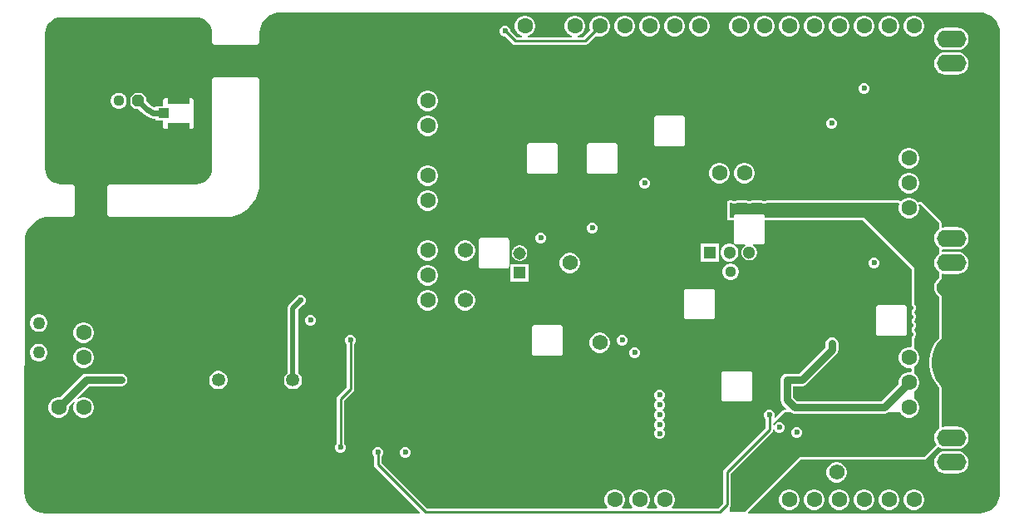
<source format=gbl>
G04*
G04 #@! TF.GenerationSoftware,Altium Limited,Altium Designer,25.8.1 (18)*
G04*
G04 Layer_Physical_Order=4*
G04 Layer_Color=16711680*
%FSLAX26Y26*%
%MOIN*%
G70*
G04*
G04 #@! TF.SameCoordinates,277DE813-E379-449B-8D7A-86A471DF349A*
G04*
G04*
G04 #@! TF.FilePolarity,Positive*
G04*
G01*
G75*
%ADD14C,0.030000*%
%ADD17C,0.010000*%
%ADD46R,0.086614X0.041339*%
%ADD47R,0.041339X0.039370*%
%ADD101C,0.061811*%
%ADD103C,0.053150*%
%ADD106C,0.024724*%
%ADD107C,0.024743*%
%ADD110C,0.020000*%
%ADD111C,0.023622*%
%ADD112C,0.259842*%
%ADD113C,0.010000*%
%ADD114C,0.020000*%
%ADD115C,0.051496*%
%ADD116R,0.051496X0.051496*%
%ADD117C,0.062992*%
%ADD118C,0.044488*%
%ADD119P,0.028284X4X270.0*%
%ADD120C,0.050000*%
%ADD121O,0.118110X0.068898*%
%AMCUSTOMSHAPE122*
4,1,8,0.011122,0.022244,0.022244,0.011122,0.022244,-0.011122,0.011122,-0.022244,-0.011122,-0.022244,-0.022244,-0.011122,-0.022244,0.011122,-0.011122,0.022244,0.011122,0.022244,0.0*%
%ADD122CUSTOMSHAPE122*%

%ADD123R,0.051181X0.051181*%
%ADD124C,0.051181*%
G36*
X276565Y1953277D02*
X292493Y1948446D01*
X307173Y1940599D01*
X320040Y1930040D01*
X330599Y1917173D01*
X338446Y1902493D01*
X343277Y1886565D01*
X344842Y1870682D01*
X344706Y1870000D01*
Y30000D01*
X344842Y29318D01*
X343277Y13435D01*
X338446Y-2493D01*
X330599Y-17173D01*
X320040Y-30040D01*
X307173Y-40599D01*
X292493Y-48446D01*
X276565Y-53277D01*
X260682Y-54842D01*
X260000Y-54706D01*
X-663754D01*
X-665668Y-50087D01*
X-455777Y159804D01*
X40000D01*
X43902Y160580D01*
X47210Y162790D01*
X97876Y213457D01*
X97937Y213467D01*
X102978Y209599D01*
X113790Y205120D01*
X125394Y203593D01*
X174606D01*
X186210Y205120D01*
X197022Y209599D01*
X206308Y216724D01*
X213432Y226009D01*
X217911Y236822D01*
X219439Y248425D01*
X217911Y260029D01*
X213432Y270841D01*
X206308Y280126D01*
X197022Y287251D01*
X186210Y291730D01*
X174606Y293257D01*
X125394D01*
X115196Y291915D01*
X110196Y294989D01*
Y452122D01*
X109420Y456023D01*
X107210Y459331D01*
X101051Y465490D01*
X89049Y482009D01*
X79779Y500202D01*
X73469Y519622D01*
X70275Y539791D01*
Y560210D01*
X73469Y580378D01*
X79779Y599797D01*
X89049Y617991D01*
X101051Y634510D01*
X107210Y640669D01*
X109420Y643977D01*
X110196Y647879D01*
Y815034D01*
X110065Y815693D01*
X110109Y816365D01*
X109680Y817628D01*
X109420Y818936D01*
X109046Y819495D01*
X108830Y820132D01*
X107951Y821134D01*
X107210Y822243D01*
X106650Y822617D01*
X106207Y823123D01*
X100964Y827146D01*
X95474Y834300D01*
X92022Y842633D01*
X90845Y851575D01*
X92022Y860517D01*
X95474Y868849D01*
X100964Y876004D01*
X106207Y880027D01*
X106650Y880533D01*
X107210Y880906D01*
X107951Y882015D01*
X108830Y883018D01*
X109046Y883655D01*
X109420Y884214D01*
X109680Y885522D01*
X110109Y886785D01*
X110065Y887456D01*
X110196Y888116D01*
Y903436D01*
X115196Y906510D01*
X125394Y905168D01*
X174606D01*
X186210Y906695D01*
X197022Y911174D01*
X206308Y918299D01*
X213432Y927584D01*
X217911Y938396D01*
X219439Y950000D01*
X217911Y961604D01*
X213432Y972416D01*
X206308Y981701D01*
X197022Y988826D01*
X186210Y993305D01*
X174606Y994832D01*
X125394D01*
X115196Y993490D01*
X110196Y996564D01*
Y1001862D01*
X115196Y1004935D01*
X125394Y1003593D01*
X174606D01*
X186210Y1005120D01*
X197022Y1009599D01*
X206308Y1016724D01*
X213432Y1026009D01*
X217911Y1036822D01*
X219439Y1048425D01*
X217911Y1060029D01*
X213432Y1070841D01*
X206308Y1080126D01*
X197022Y1087251D01*
X186210Y1091730D01*
X174606Y1093257D01*
X125394D01*
X115196Y1091915D01*
X110196Y1094989D01*
Y1110000D01*
X109420Y1113902D01*
X107210Y1117210D01*
X31003Y1193416D01*
X30444Y1193789D01*
X30001Y1194295D01*
X28804Y1194885D01*
X27696Y1195626D01*
X27036Y1195757D01*
X26433Y1196055D01*
X25102Y1196142D01*
X23794Y1196402D01*
X23134Y1196271D01*
X22463Y1196315D01*
X21200Y1195886D01*
X19892Y1195626D01*
X19333Y1195252D01*
X18696Y1195036D01*
X14770Y1192769D01*
X13205Y1195479D01*
X5479Y1203205D01*
X-3983Y1208668D01*
X-14537Y1211496D01*
X-25463D01*
X-36017Y1208668D01*
X-45479Y1203205D01*
X-49518Y1199166D01*
X-51531Y1198330D01*
X-54746Y1197696D01*
X-56170Y1198509D01*
X-57533Y1199420D01*
X-57887Y1199490D01*
X-58200Y1199669D01*
X-59827Y1199876D01*
X-61434Y1200196D01*
X-591289D01*
X-595191Y1199420D01*
X-597690Y1198385D01*
X-602310D01*
X-604809Y1199420D01*
X-608711Y1200196D01*
X-651289D01*
X-655191Y1199420D01*
X-657690Y1198385D01*
X-662310D01*
X-664809Y1199420D01*
X-668711Y1200196D01*
X-711289D01*
X-715191Y1199420D01*
X-717690Y1198385D01*
X-722310D01*
X-724809Y1199420D01*
X-728711Y1200196D01*
X-740000D01*
X-743902Y1199420D01*
X-747210Y1197210D01*
X-749420Y1193902D01*
X-750196Y1190000D01*
Y1130000D01*
X-749420Y1126098D01*
X-747210Y1122790D01*
X-743902Y1120580D01*
X-740000Y1119804D01*
X-721377D01*
Y1033819D01*
X-720601Y1029917D01*
X-718391Y1026609D01*
X-715083Y1024399D01*
X-711181Y1023623D01*
X-677868D01*
X-676528Y1018623D01*
X-680288Y1016452D01*
X-686058Y1010682D01*
X-690138Y1003615D01*
X-692250Y995734D01*
Y987573D01*
X-690138Y979692D01*
X-686058Y972625D01*
X-680288Y966855D01*
X-673222Y962775D01*
X-665340Y960663D01*
X-657180D01*
X-649298Y962775D01*
X-642231Y966855D01*
X-636461Y972625D01*
X-632381Y979692D01*
X-630269Y987573D01*
Y995734D01*
X-632381Y1003615D01*
X-636461Y1010682D01*
X-642231Y1016452D01*
X-645991Y1018623D01*
X-644652Y1023623D01*
X-608819D01*
X-604917Y1024399D01*
X-601609Y1026609D01*
X-599399Y1029917D01*
X-598623Y1033819D01*
Y1119804D01*
X-204223D01*
X-10196Y925777D01*
Y808711D01*
X-9420Y804809D01*
X-8385Y802310D01*
Y797690D01*
X-9420Y795191D01*
X-10196Y791289D01*
Y785845D01*
X-9420Y781944D01*
X-7210Y778636D01*
X-5153Y776579D01*
X-3385Y772310D01*
Y767690D01*
X-5153Y763421D01*
X-7210Y761364D01*
X-9420Y758056D01*
X-10196Y754155D01*
Y750845D01*
X-9420Y746944D01*
X-7210Y743636D01*
X-5153Y741579D01*
X-3385Y737310D01*
Y732690D01*
X-5153Y728421D01*
X-7210Y726364D01*
X-9420Y723056D01*
X-10196Y719155D01*
Y715845D01*
X-9420Y711944D01*
X-7210Y708636D01*
X-5153Y706579D01*
X-3385Y702310D01*
Y697690D01*
X-5153Y693421D01*
X-7210Y691364D01*
X-9420Y688056D01*
X-10196Y684155D01*
Y680845D01*
X-9420Y676944D01*
X-7210Y673636D01*
X-5153Y671579D01*
X-3385Y667310D01*
Y662690D01*
X-5153Y658421D01*
X-7210Y656364D01*
X-9420Y653056D01*
X-10196Y649155D01*
Y614440D01*
X-14163Y611396D01*
X-14537Y611496D01*
X-25463D01*
X-36017Y608668D01*
X-45479Y603205D01*
X-53205Y595479D01*
X-58668Y586017D01*
X-61496Y575463D01*
Y564537D01*
X-58668Y553983D01*
X-53205Y544521D01*
X-45479Y536795D01*
X-36017Y531332D01*
X-25463Y528504D01*
X-14537D01*
X-14163Y528604D01*
X-10196Y525560D01*
Y514440D01*
X-14163Y511396D01*
X-14537Y511496D01*
X-25463D01*
X-36017Y508668D01*
X-45479Y503205D01*
X-53205Y495479D01*
X-58668Y486017D01*
X-61496Y475463D01*
Y464552D01*
X-130558Y395490D01*
X-469442D01*
X-484510Y410558D01*
Y454510D01*
X-450000D01*
X-440245Y456450D01*
X-431976Y461976D01*
X-310733Y583219D01*
X-305207Y591489D01*
X-303267Y601243D01*
Y626646D01*
X-305207Y636400D01*
X-310733Y644670D01*
X-319002Y650195D01*
X-328757Y652136D01*
X-338511Y650195D01*
X-346781Y644670D01*
X-352306Y636400D01*
X-354247Y626646D01*
Y611801D01*
X-460558Y505490D01*
X-510000D01*
X-519755Y503550D01*
X-528024Y498024D01*
X-533549Y489755D01*
X-535490Y480000D01*
Y440000D01*
Y400000D01*
X-533549Y390245D01*
X-528024Y381976D01*
X-510863Y364815D01*
X-512777Y360196D01*
X-520000D01*
X-523902Y359420D01*
X-527210Y357210D01*
X-555619Y328800D01*
X-559858Y331633D01*
X-558189Y335661D01*
Y344339D01*
X-561510Y352355D01*
X-567645Y358490D01*
X-575662Y361811D01*
X-584338D01*
X-592355Y358490D01*
X-598490Y352355D01*
X-601811Y344339D01*
Y335661D01*
X-598490Y327645D01*
X-595294Y324449D01*
Y286335D01*
X-760814Y120814D01*
X-764130Y115853D01*
X-765294Y110000D01*
Y-13665D01*
X-786335Y-34706D01*
X-968951D01*
X-971022Y-29706D01*
X-966795Y-25479D01*
X-961332Y-16017D01*
X-958504Y-5463D01*
Y5463D01*
X-961332Y16017D01*
X-966795Y25479D01*
X-974521Y33205D01*
X-983983Y38668D01*
X-994537Y41496D01*
X-1005463D01*
X-1016017Y38668D01*
X-1025479Y33205D01*
X-1033205Y25479D01*
X-1038668Y16017D01*
X-1041496Y5463D01*
Y-5463D01*
X-1038668Y-16017D01*
X-1033205Y-25479D01*
X-1028978Y-29706D01*
X-1031049Y-34706D01*
X-1068951D01*
X-1071022Y-29706D01*
X-1066795Y-25479D01*
X-1061332Y-16017D01*
X-1058504Y-5463D01*
Y5463D01*
X-1061332Y16017D01*
X-1066795Y25479D01*
X-1074521Y33205D01*
X-1083983Y38668D01*
X-1094537Y41496D01*
X-1105463D01*
X-1116017Y38668D01*
X-1125479Y33205D01*
X-1133205Y25479D01*
X-1138668Y16017D01*
X-1141496Y5463D01*
Y-5463D01*
X-1138668Y-16017D01*
X-1133205Y-25479D01*
X-1128978Y-29706D01*
X-1131049Y-34706D01*
X-1168951D01*
X-1171022Y-29706D01*
X-1166795Y-25479D01*
X-1161332Y-16017D01*
X-1158504Y-5463D01*
Y5463D01*
X-1161332Y16017D01*
X-1166795Y25479D01*
X-1174521Y33205D01*
X-1183983Y38668D01*
X-1194537Y41496D01*
X-1205463D01*
X-1216017Y38668D01*
X-1225479Y33205D01*
X-1233205Y25479D01*
X-1238668Y16017D01*
X-1241496Y5463D01*
Y-5463D01*
X-1238668Y-16017D01*
X-1233205Y-25479D01*
X-1228978Y-29706D01*
X-1231049Y-34706D01*
X-1953665D01*
X-2134706Y146335D01*
Y174448D01*
X-2131510Y177645D01*
X-2128189Y185661D01*
Y194339D01*
X-2131510Y202355D01*
X-2137645Y208490D01*
X-2145662Y211811D01*
X-2154338D01*
X-2162355Y208490D01*
X-2168490Y202355D01*
X-2171811Y194339D01*
Y185661D01*
X-2168490Y177645D01*
X-2165294Y174448D01*
Y140000D01*
X-2164130Y134147D01*
X-2160814Y129186D01*
X-1981542Y-50087D01*
X-1983456Y-54706D01*
X-3482677D01*
X-3483359Y-54842D01*
X-3499242Y-53277D01*
X-3515170Y-48446D01*
X-3529850Y-40599D01*
X-3542717Y-30040D01*
X-3553276Y-17173D01*
X-3561123Y-2493D01*
X-3565955Y13435D01*
X-3567518Y29305D01*
X-3567383Y29975D01*
X-3565767Y1035313D01*
X-3565957Y1036274D01*
X-3564134Y1054777D01*
X-3558464Y1073469D01*
X-3549256Y1090696D01*
X-3536864Y1105795D01*
X-3521765Y1118187D01*
X-3504538Y1127395D01*
X-3485846Y1133065D01*
X-3469185Y1134706D01*
X-3380000D01*
X-3374147Y1135870D01*
X-3369186Y1139186D01*
X-3365870Y1144147D01*
X-3364706Y1150000D01*
Y1250000D01*
X-3365870Y1255853D01*
X-3369186Y1260814D01*
X-3374147Y1264130D01*
X-3380000Y1265294D01*
X-3416318D01*
X-3420000Y1265294D01*
X-3421260Y1265294D01*
X-3426060Y1265667D01*
X-3433657Y1266415D01*
X-3445578Y1270031D01*
X-3456564Y1275903D01*
X-3466194Y1283806D01*
X-3474097Y1293436D01*
X-3479969Y1304422D01*
X-3483585Y1316343D01*
X-3484773Y1328404D01*
X-3484706Y1328740D01*
Y1871260D01*
X-3484773Y1871596D01*
X-3483585Y1883657D01*
X-3479969Y1895578D01*
X-3474097Y1906564D01*
X-3466194Y1916194D01*
X-3456564Y1924097D01*
X-3445578Y1929969D01*
X-3433657Y1933585D01*
X-3421596Y1934773D01*
X-3421260Y1934706D01*
X-2878740D01*
X-2878404Y1934773D01*
X-2866343Y1933585D01*
X-2854422Y1929969D01*
X-2843436Y1924097D01*
X-2833806Y1916194D01*
X-2825903Y1906564D01*
X-2820031Y1895578D01*
X-2816415Y1883657D01*
X-2815667Y1876060D01*
X-2815294Y1871260D01*
X-2815294Y1870000D01*
X-2815294Y1866318D01*
Y1840000D01*
X-2814130Y1834147D01*
X-2810814Y1829186D01*
X-2805853Y1825870D01*
X-2800000Y1824706D01*
X-2640000D01*
X-2634147Y1825870D01*
X-2629186Y1829186D01*
X-2625870Y1834147D01*
X-2624706Y1840000D01*
Y1870000D01*
X-2624842Y1870682D01*
X-2623277Y1886565D01*
X-2618446Y1902493D01*
X-2610599Y1917173D01*
X-2600040Y1930040D01*
X-2587173Y1940599D01*
X-2572493Y1948446D01*
X-2556565Y1953277D01*
X-2540683Y1954842D01*
X-2540000Y1954706D01*
X260000Y1954706D01*
X260682Y1954842D01*
X276565Y1953277D01*
D02*
G37*
G36*
X-58941Y1185000D02*
X-61496Y1175463D01*
Y1164537D01*
X-58668Y1153983D01*
X-53205Y1144521D01*
X-45479Y1136795D01*
X-36017Y1131332D01*
X-25463Y1128504D01*
X-14537D01*
X-3983Y1131332D01*
X5479Y1136795D01*
X13205Y1144521D01*
X18668Y1153983D01*
X21496Y1164537D01*
Y1175463D01*
X19311Y1183618D01*
X23794Y1186206D01*
X100000Y1110000D01*
Y1084966D01*
X93692Y1080126D01*
X86568Y1070841D01*
X82089Y1060029D01*
X80561Y1048425D01*
X82089Y1036822D01*
X86568Y1026009D01*
X93692Y1016724D01*
X100000Y1011884D01*
Y986541D01*
X93692Y981701D01*
X86568Y972416D01*
X82089Y961604D01*
X80561Y950000D01*
X82089Y938396D01*
X86568Y927584D01*
X93692Y918299D01*
X100000Y913459D01*
Y888116D01*
X93692Y883276D01*
X86568Y873991D01*
X82089Y863178D01*
X80561Y851575D01*
X82089Y839971D01*
X86568Y829159D01*
X93692Y819874D01*
X100000Y815034D01*
Y647879D01*
X93274Y641153D01*
X80329Y623335D01*
X70330Y603711D01*
X63524Y582765D01*
X60079Y561012D01*
Y538988D01*
X63524Y517235D01*
X70330Y496289D01*
X80329Y476665D01*
X93274Y458847D01*
X100000Y452122D01*
Y284966D01*
X93692Y280126D01*
X86568Y270841D01*
X82089Y260029D01*
X80561Y248425D01*
X82089Y236822D01*
X86568Y226009D01*
X90667Y220667D01*
X40000Y170000D01*
X-460000D01*
X-680000Y-50000D01*
X-739999D01*
Y-31628D01*
X-739186Y-30814D01*
X-735870Y-25853D01*
X-734706Y-20000D01*
Y103665D01*
X-569186Y269186D01*
X-565870Y274147D01*
X-564762Y279720D01*
X-564326Y280000D01*
X-559593Y280308D01*
X-558490Y277645D01*
X-552355Y271510D01*
X-544338Y268189D01*
X-535662D01*
X-527645Y271510D01*
X-521510Y277645D01*
X-518189Y285661D01*
Y294339D01*
X-521510Y302355D01*
X-527645Y308490D01*
X-535662Y311811D01*
X-544338D01*
X-552355Y308490D01*
X-558490Y302355D01*
X-559706Y299420D01*
X-564706Y300415D01*
Y305294D01*
X-520000Y350000D01*
X-495067D01*
X-489755Y346450D01*
X-480000Y344510D01*
X-120000D01*
X-110246Y346450D01*
X-104933Y350000D01*
X-56368D01*
X-53205Y344521D01*
X-45479Y336795D01*
X-36017Y331332D01*
X-25463Y328504D01*
X-14537D01*
X-3983Y331332D01*
X5479Y336795D01*
X13205Y344521D01*
X18668Y353983D01*
X21496Y364537D01*
Y375463D01*
X18668Y386017D01*
X13205Y395479D01*
X5479Y403205D01*
X0Y406368D01*
Y433632D01*
X5479Y436795D01*
X13205Y444521D01*
X18668Y453983D01*
X21496Y464537D01*
Y475463D01*
X18668Y486017D01*
X13205Y495479D01*
X5479Y503205D01*
X0Y506368D01*
Y533631D01*
X5479Y536795D01*
X13205Y544521D01*
X18668Y553983D01*
X21496Y564537D01*
Y575463D01*
X18668Y586017D01*
X13205Y595479D01*
X5479Y603205D01*
X0Y606369D01*
Y649155D01*
X3490Y652645D01*
X6811Y660662D01*
Y669338D01*
X3490Y677355D01*
X0Y680845D01*
Y684155D01*
X3490Y687645D01*
X6811Y695662D01*
Y704338D01*
X3490Y712355D01*
X0Y715845D01*
Y719155D01*
X3490Y722645D01*
X6811Y730662D01*
Y739338D01*
X3490Y747355D01*
X0Y750845D01*
Y754155D01*
X3490Y757645D01*
X6811Y765662D01*
Y774338D01*
X3490Y782355D01*
X0Y785845D01*
Y791289D01*
X1811Y795662D01*
Y804338D01*
X0Y808711D01*
Y930000D01*
X-200000Y1130000D01*
X-598623D01*
Y1136181D01*
X-599399Y1140083D01*
X-601609Y1143391D01*
X-604917Y1145601D01*
X-608819Y1146377D01*
X-711181D01*
X-715083Y1145601D01*
X-718391Y1143391D01*
X-720601Y1140083D01*
X-721377Y1136181D01*
Y1130000D01*
X-740000D01*
Y1190000D01*
X-728711D01*
X-724338Y1188189D01*
X-715662D01*
X-711289Y1190000D01*
X-668711D01*
X-664338Y1188189D01*
X-655662D01*
X-651289Y1190000D01*
X-608711D01*
X-604338Y1188189D01*
X-595662D01*
X-591289Y1190000D01*
X-61434D01*
X-58941Y1185000D01*
D02*
G37*
%LPC*%
G36*
X5463Y1941496D02*
X-5463D01*
X-16017Y1938668D01*
X-25479Y1933205D01*
X-33205Y1925479D01*
X-38668Y1916017D01*
X-41496Y1905463D01*
Y1894537D01*
X-38668Y1883983D01*
X-33205Y1874521D01*
X-25479Y1866795D01*
X-16017Y1861332D01*
X-5463Y1858504D01*
X5463D01*
X16017Y1861332D01*
X25479Y1866795D01*
X33205Y1874521D01*
X38668Y1883983D01*
X41496Y1894537D01*
Y1905463D01*
X38668Y1916017D01*
X33205Y1925479D01*
X25479Y1933205D01*
X16017Y1938668D01*
X5463Y1941496D01*
D02*
G37*
G36*
X-94537D02*
X-105463D01*
X-116017Y1938668D01*
X-125479Y1933205D01*
X-133205Y1925479D01*
X-138668Y1916017D01*
X-141496Y1905463D01*
Y1894537D01*
X-138668Y1883983D01*
X-133205Y1874521D01*
X-125479Y1866795D01*
X-116017Y1861332D01*
X-105463Y1858504D01*
X-94537D01*
X-83983Y1861332D01*
X-74521Y1866795D01*
X-66795Y1874521D01*
X-61332Y1883983D01*
X-58504Y1894537D01*
Y1905463D01*
X-61332Y1916017D01*
X-66795Y1925479D01*
X-74521Y1933205D01*
X-83983Y1938668D01*
X-94537Y1941496D01*
D02*
G37*
G36*
X-194537D02*
X-205463D01*
X-216017Y1938668D01*
X-225479Y1933205D01*
X-233205Y1925479D01*
X-238668Y1916017D01*
X-241496Y1905463D01*
Y1894537D01*
X-238668Y1883983D01*
X-233205Y1874521D01*
X-225479Y1866795D01*
X-216017Y1861332D01*
X-205463Y1858504D01*
X-194537D01*
X-183983Y1861332D01*
X-174521Y1866795D01*
X-166795Y1874521D01*
X-161332Y1883983D01*
X-158504Y1894537D01*
Y1905463D01*
X-161332Y1916017D01*
X-166795Y1925479D01*
X-174521Y1933205D01*
X-183983Y1938668D01*
X-194537Y1941496D01*
D02*
G37*
G36*
X-294537D02*
X-305463D01*
X-316017Y1938668D01*
X-325479Y1933205D01*
X-333205Y1925479D01*
X-338668Y1916017D01*
X-341496Y1905463D01*
Y1894537D01*
X-338668Y1883983D01*
X-333205Y1874521D01*
X-325479Y1866795D01*
X-316017Y1861332D01*
X-305463Y1858504D01*
X-294537D01*
X-283983Y1861332D01*
X-274521Y1866795D01*
X-266795Y1874521D01*
X-261332Y1883983D01*
X-258504Y1894537D01*
Y1905463D01*
X-261332Y1916017D01*
X-266795Y1925479D01*
X-274521Y1933205D01*
X-283983Y1938668D01*
X-294537Y1941496D01*
D02*
G37*
G36*
X-394537D02*
X-405463D01*
X-416017Y1938668D01*
X-425479Y1933205D01*
X-433205Y1925479D01*
X-438668Y1916017D01*
X-441496Y1905463D01*
Y1894537D01*
X-438668Y1883983D01*
X-433205Y1874521D01*
X-425479Y1866795D01*
X-416017Y1861332D01*
X-405463Y1858504D01*
X-394537D01*
X-383983Y1861332D01*
X-374521Y1866795D01*
X-366795Y1874521D01*
X-361332Y1883983D01*
X-358504Y1894537D01*
Y1905463D01*
X-361332Y1916017D01*
X-366795Y1925479D01*
X-374521Y1933205D01*
X-383983Y1938668D01*
X-394537Y1941496D01*
D02*
G37*
G36*
X-494537D02*
X-505463D01*
X-516017Y1938668D01*
X-525479Y1933205D01*
X-533205Y1925479D01*
X-538668Y1916017D01*
X-541496Y1905463D01*
Y1894537D01*
X-538668Y1883983D01*
X-533205Y1874521D01*
X-525479Y1866795D01*
X-516017Y1861332D01*
X-505463Y1858504D01*
X-494537D01*
X-483983Y1861332D01*
X-474521Y1866795D01*
X-466795Y1874521D01*
X-461332Y1883983D01*
X-458504Y1894537D01*
Y1905463D01*
X-461332Y1916017D01*
X-466795Y1925479D01*
X-474521Y1933205D01*
X-483983Y1938668D01*
X-494537Y1941496D01*
D02*
G37*
G36*
X-594537D02*
X-605463D01*
X-616017Y1938668D01*
X-625479Y1933205D01*
X-633205Y1925479D01*
X-638668Y1916017D01*
X-641496Y1905463D01*
Y1894537D01*
X-638668Y1883983D01*
X-633205Y1874521D01*
X-625479Y1866795D01*
X-616017Y1861332D01*
X-605463Y1858504D01*
X-594537D01*
X-583983Y1861332D01*
X-574521Y1866795D01*
X-566795Y1874521D01*
X-561332Y1883983D01*
X-558504Y1894537D01*
Y1905463D01*
X-561332Y1916017D01*
X-566795Y1925479D01*
X-574521Y1933205D01*
X-583983Y1938668D01*
X-594537Y1941496D01*
D02*
G37*
G36*
X-694537D02*
X-705463D01*
X-716017Y1938668D01*
X-725479Y1933205D01*
X-733205Y1925479D01*
X-738668Y1916017D01*
X-741496Y1905463D01*
Y1894537D01*
X-738668Y1883983D01*
X-733205Y1874521D01*
X-725479Y1866795D01*
X-716017Y1861332D01*
X-705463Y1858504D01*
X-694537D01*
X-683983Y1861332D01*
X-674521Y1866795D01*
X-666795Y1874521D01*
X-661332Y1883983D01*
X-658504Y1894537D01*
Y1905463D01*
X-661332Y1916017D01*
X-666795Y1925479D01*
X-674521Y1933205D01*
X-683983Y1938668D01*
X-694537Y1941496D01*
D02*
G37*
G36*
X-854537D02*
X-865463D01*
X-876017Y1938668D01*
X-885479Y1933205D01*
X-893205Y1925479D01*
X-898668Y1916017D01*
X-901496Y1905463D01*
Y1894537D01*
X-898668Y1883983D01*
X-893205Y1874521D01*
X-885479Y1866795D01*
X-876017Y1861332D01*
X-865463Y1858504D01*
X-854537D01*
X-843983Y1861332D01*
X-834521Y1866795D01*
X-826795Y1874521D01*
X-821332Y1883983D01*
X-818504Y1894537D01*
Y1905463D01*
X-821332Y1916017D01*
X-826795Y1925479D01*
X-834521Y1933205D01*
X-843983Y1938668D01*
X-854537Y1941496D01*
D02*
G37*
G36*
X-954537D02*
X-965463D01*
X-976017Y1938668D01*
X-985479Y1933205D01*
X-993205Y1925479D01*
X-998668Y1916017D01*
X-1001496Y1905463D01*
Y1894537D01*
X-998668Y1883983D01*
X-993205Y1874521D01*
X-985479Y1866795D01*
X-976017Y1861332D01*
X-965463Y1858504D01*
X-954537D01*
X-943983Y1861332D01*
X-934521Y1866795D01*
X-926795Y1874521D01*
X-921332Y1883983D01*
X-918504Y1894537D01*
Y1905463D01*
X-921332Y1916017D01*
X-926795Y1925479D01*
X-934521Y1933205D01*
X-943983Y1938668D01*
X-954537Y1941496D01*
D02*
G37*
G36*
X-1054537D02*
X-1065463D01*
X-1076017Y1938668D01*
X-1085479Y1933205D01*
X-1093205Y1925479D01*
X-1098668Y1916017D01*
X-1101496Y1905463D01*
Y1894537D01*
X-1098668Y1883983D01*
X-1093205Y1874521D01*
X-1085479Y1866795D01*
X-1076017Y1861332D01*
X-1065463Y1858504D01*
X-1054537D01*
X-1043983Y1861332D01*
X-1034521Y1866795D01*
X-1026795Y1874521D01*
X-1021332Y1883983D01*
X-1018504Y1894537D01*
Y1905463D01*
X-1021332Y1916017D01*
X-1026795Y1925479D01*
X-1034521Y1933205D01*
X-1043983Y1938668D01*
X-1054537Y1941496D01*
D02*
G37*
G36*
X-1154537D02*
X-1165463D01*
X-1176017Y1938668D01*
X-1185479Y1933205D01*
X-1193205Y1925479D01*
X-1198668Y1916017D01*
X-1201496Y1905463D01*
Y1894537D01*
X-1198668Y1883983D01*
X-1193205Y1874521D01*
X-1185479Y1866795D01*
X-1176017Y1861332D01*
X-1165463Y1858504D01*
X-1154537D01*
X-1143983Y1861332D01*
X-1134521Y1866795D01*
X-1126795Y1874521D01*
X-1121332Y1883983D01*
X-1118504Y1894537D01*
Y1905463D01*
X-1121332Y1916017D01*
X-1126795Y1925479D01*
X-1134521Y1933205D01*
X-1143983Y1938668D01*
X-1154537Y1941496D01*
D02*
G37*
G36*
X-1254537D02*
X-1265463D01*
X-1276017Y1938668D01*
X-1285479Y1933205D01*
X-1293205Y1925479D01*
X-1298668Y1916017D01*
X-1301496Y1905463D01*
Y1894537D01*
X-1298668Y1883983D01*
X-1298294Y1883335D01*
X-1326335Y1855294D01*
X-1347199D01*
X-1347857Y1860294D01*
X-1343983Y1861332D01*
X-1334521Y1866795D01*
X-1326795Y1874521D01*
X-1321332Y1883983D01*
X-1318504Y1894537D01*
Y1905463D01*
X-1321332Y1916017D01*
X-1326795Y1925479D01*
X-1334521Y1933205D01*
X-1343983Y1938668D01*
X-1354537Y1941496D01*
X-1365463D01*
X-1376017Y1938668D01*
X-1385479Y1933205D01*
X-1393205Y1925479D01*
X-1398668Y1916017D01*
X-1401496Y1905463D01*
Y1894537D01*
X-1398668Y1883983D01*
X-1393205Y1874521D01*
X-1385479Y1866795D01*
X-1376017Y1861332D01*
X-1372143Y1860294D01*
X-1372801Y1855294D01*
X-1547199D01*
X-1547857Y1860294D01*
X-1543983Y1861332D01*
X-1534521Y1866795D01*
X-1526795Y1874521D01*
X-1521332Y1883983D01*
X-1518504Y1894537D01*
Y1905463D01*
X-1521332Y1916017D01*
X-1526795Y1925479D01*
X-1534521Y1933205D01*
X-1543983Y1938668D01*
X-1554537Y1941496D01*
X-1565463D01*
X-1576017Y1938668D01*
X-1585479Y1933205D01*
X-1593205Y1925479D01*
X-1598668Y1916017D01*
X-1601496Y1905463D01*
Y1894537D01*
X-1598668Y1883983D01*
X-1593205Y1874521D01*
X-1585479Y1866795D01*
X-1576017Y1861332D01*
X-1572143Y1860294D01*
X-1572801Y1855294D01*
X-1593665D01*
X-1618189Y1879818D01*
Y1884339D01*
X-1621509Y1892355D01*
X-1627645Y1898491D01*
X-1635661Y1901811D01*
X-1644339D01*
X-1652355Y1898491D01*
X-1658491Y1892355D01*
X-1661811Y1884339D01*
Y1875661D01*
X-1658491Y1867645D01*
X-1652355Y1861509D01*
X-1644339Y1858189D01*
X-1639818D01*
X-1610814Y1829186D01*
X-1605853Y1825870D01*
X-1600000Y1824706D01*
X-1320000D01*
X-1314147Y1825870D01*
X-1309186Y1829186D01*
X-1276665Y1861706D01*
X-1276017Y1861332D01*
X-1265463Y1858504D01*
X-1254537D01*
X-1243983Y1861332D01*
X-1234521Y1866795D01*
X-1226795Y1874521D01*
X-1221332Y1883983D01*
X-1218504Y1894537D01*
Y1905463D01*
X-1221332Y1916017D01*
X-1226795Y1925479D01*
X-1234521Y1933205D01*
X-1243983Y1938668D01*
X-1254537Y1941496D01*
D02*
G37*
G36*
X174606Y1893257D02*
X125394D01*
X113790Y1891730D01*
X102978Y1887251D01*
X93692Y1880126D01*
X86568Y1870841D01*
X82089Y1860029D01*
X80561Y1848425D01*
X82089Y1836822D01*
X86568Y1826009D01*
X93692Y1816724D01*
X102978Y1809599D01*
X113790Y1805120D01*
X125394Y1803593D01*
X174606D01*
X186210Y1805120D01*
X197022Y1809599D01*
X206308Y1816724D01*
X213432Y1826009D01*
X217911Y1836822D01*
X219439Y1848425D01*
X217911Y1860029D01*
X213432Y1870841D01*
X206308Y1880126D01*
X197022Y1887251D01*
X186210Y1891730D01*
X174606Y1893257D01*
D02*
G37*
G36*
Y1794832D02*
X125394D01*
X113790Y1793305D01*
X102978Y1788826D01*
X93692Y1781701D01*
X86568Y1772416D01*
X82089Y1761603D01*
X80561Y1750000D01*
X82089Y1738397D01*
X86568Y1727584D01*
X93692Y1718299D01*
X102978Y1711174D01*
X113790Y1706695D01*
X125394Y1705168D01*
X174606D01*
X186210Y1706695D01*
X197022Y1711174D01*
X206308Y1718299D01*
X213432Y1727584D01*
X217911Y1738397D01*
X219439Y1750000D01*
X217911Y1761603D01*
X213432Y1772416D01*
X206308Y1781701D01*
X197022Y1788826D01*
X186210Y1793305D01*
X174606Y1794832D01*
D02*
G37*
G36*
X-195661Y1671811D02*
X-204339D01*
X-212355Y1668491D01*
X-218490Y1662355D01*
X-221811Y1654339D01*
Y1645661D01*
X-218490Y1637645D01*
X-212355Y1631509D01*
X-204339Y1628189D01*
X-195661D01*
X-187645Y1631509D01*
X-181510Y1637645D01*
X-178189Y1645661D01*
Y1654339D01*
X-181510Y1662355D01*
X-187645Y1668491D01*
X-195661Y1671811D01*
D02*
G37*
G36*
X-3185125Y1632244D02*
X-3193615D01*
X-3201816Y1630047D01*
X-3209168Y1625802D01*
X-3215172Y1619798D01*
X-3219417Y1612446D01*
X-3221614Y1604245D01*
Y1595755D01*
X-3219417Y1587554D01*
X-3215172Y1580202D01*
X-3209168Y1574198D01*
X-3201816Y1569953D01*
X-3193615Y1567756D01*
X-3185125D01*
X-3176924Y1569953D01*
X-3169572Y1574198D01*
X-3163568Y1580202D01*
X-3159323Y1587554D01*
X-3157126Y1595755D01*
Y1604245D01*
X-3159323Y1612446D01*
X-3163568Y1619798D01*
X-3169572Y1625802D01*
X-3176924Y1630047D01*
X-3185125Y1632244D01*
D02*
G37*
G36*
X-1944537Y1641496D02*
X-1955463D01*
X-1966017Y1638668D01*
X-1975479Y1633205D01*
X-1983205Y1625479D01*
X-1988668Y1616017D01*
X-1991496Y1605463D01*
Y1594537D01*
X-1988668Y1583983D01*
X-1983205Y1574521D01*
X-1975479Y1566795D01*
X-1966017Y1561332D01*
X-1955463Y1558504D01*
X-1944537D01*
X-1933983Y1561332D01*
X-1924521Y1566795D01*
X-1916795Y1574521D01*
X-1911332Y1583983D01*
X-1908504Y1594537D01*
Y1605463D01*
X-1911332Y1616017D01*
X-1916795Y1625479D01*
X-1924521Y1633205D01*
X-1933983Y1638668D01*
X-1944537Y1641496D01*
D02*
G37*
G36*
X-3099508Y1632440D02*
X-3121752D01*
X-3125654Y1631664D01*
X-3128962Y1629454D01*
X-3140084Y1618332D01*
X-3142294Y1615024D01*
X-3143070Y1611122D01*
Y1588878D01*
X-3142294Y1584976D01*
X-3140084Y1581668D01*
X-3128962Y1570546D01*
X-3125654Y1568336D01*
X-3121752Y1567560D01*
X-3110435D01*
X-3101942Y1559067D01*
X-3098425Y1555512D01*
X-3098425Y1555512D01*
X-3083766Y1543481D01*
X-3067035Y1534538D01*
X-3048880Y1529031D01*
X-3040709Y1528226D01*
Y1520315D01*
X-3011377D01*
Y1498821D01*
X-3010601Y1494919D01*
X-3010601Y1494919D01*
X-3010600Y1494917D01*
X-3008390Y1491609D01*
X-3005082Y1489399D01*
X-3001180Y1488623D01*
X-2898818D01*
X-2894916Y1489399D01*
X-2891609Y1491609D01*
X-2889398Y1494917D01*
X-2888622Y1498819D01*
Y1601181D01*
X-2889398Y1605082D01*
X-2889399Y1605083D01*
X-2889399Y1605085D01*
X-2891609Y1608393D01*
X-2894917Y1610603D01*
X-2898819Y1611379D01*
X-3001181D01*
X-3005083Y1610603D01*
X-3008391Y1608393D01*
X-3010601Y1605085D01*
X-3011377Y1601183D01*
Y1579685D01*
X-3040709D01*
Y1578082D01*
X-3045709Y1575160D01*
X-3055763Y1579324D01*
X-3065515Y1586807D01*
X-3066163Y1587777D01*
X-3078190Y1599804D01*
Y1611122D01*
X-3078966Y1615024D01*
X-3081176Y1618332D01*
X-3092298Y1629454D01*
X-3095606Y1631664D01*
X-3099508Y1632440D01*
D02*
G37*
G36*
X-325661Y1531811D02*
X-334339D01*
X-342355Y1528491D01*
X-348490Y1522355D01*
X-351811Y1514339D01*
Y1505661D01*
X-348490Y1497645D01*
X-342355Y1491509D01*
X-334339Y1488189D01*
X-325661D01*
X-317645Y1491509D01*
X-311510Y1497645D01*
X-308189Y1505661D01*
Y1514339D01*
X-311510Y1522355D01*
X-317645Y1528491D01*
X-325661Y1531811D01*
D02*
G37*
G36*
X-1944537Y1541496D02*
X-1955463D01*
X-1966017Y1538668D01*
X-1975479Y1533205D01*
X-1983205Y1525479D01*
X-1988668Y1516017D01*
X-1991496Y1505463D01*
Y1494537D01*
X-1988668Y1483983D01*
X-1983205Y1474521D01*
X-1975479Y1466795D01*
X-1966017Y1461332D01*
X-1955463Y1458504D01*
X-1944537D01*
X-1933983Y1461332D01*
X-1924521Y1466795D01*
X-1916795Y1474521D01*
X-1911332Y1483983D01*
X-1908504Y1494537D01*
Y1505463D01*
X-1911332Y1516017D01*
X-1916795Y1525479D01*
X-1924521Y1533205D01*
X-1933983Y1538668D01*
X-1944537Y1541496D01*
D02*
G37*
G36*
X-928819Y1541377D02*
X-1031181D01*
X-1035083Y1540601D01*
X-1038391Y1538391D01*
X-1040601Y1535083D01*
X-1041377Y1531181D01*
Y1428819D01*
X-1040601Y1424917D01*
X-1038391Y1421609D01*
X-1035083Y1419399D01*
X-1031181Y1418623D01*
X-928819D01*
X-924917Y1419399D01*
X-921609Y1421609D01*
X-919399Y1424917D01*
X-918623Y1428819D01*
Y1531181D01*
X-919399Y1535083D01*
X-921609Y1538391D01*
X-924917Y1540601D01*
X-928819Y1541377D01*
D02*
G37*
G36*
X-14537Y1411496D02*
X-25463D01*
X-36017Y1408668D01*
X-45479Y1403205D01*
X-53205Y1395479D01*
X-58668Y1386017D01*
X-61496Y1375463D01*
Y1364537D01*
X-58668Y1353983D01*
X-53205Y1344521D01*
X-45479Y1336795D01*
X-36017Y1331332D01*
X-25463Y1328504D01*
X-14537D01*
X-3983Y1331332D01*
X5479Y1336795D01*
X13205Y1344521D01*
X18668Y1353983D01*
X21496Y1364537D01*
Y1375463D01*
X18668Y1386017D01*
X13205Y1395479D01*
X5479Y1403205D01*
X-3983Y1408668D01*
X-14537Y1411496D01*
D02*
G37*
G36*
X-1198819Y1431377D02*
X-1301181D01*
X-1305083Y1430601D01*
X-1308391Y1428391D01*
X-1310601Y1425083D01*
X-1311377Y1421181D01*
Y1318819D01*
X-1310601Y1314917D01*
X-1308391Y1311609D01*
X-1305083Y1309399D01*
X-1301181Y1308623D01*
X-1198819D01*
X-1194917Y1309399D01*
X-1191609Y1311609D01*
X-1189399Y1314917D01*
X-1188623Y1318819D01*
Y1421181D01*
X-1189399Y1425083D01*
X-1191609Y1428391D01*
X-1194917Y1430601D01*
X-1198819Y1431377D01*
D02*
G37*
G36*
X-1438820D02*
X-1541182D01*
X-1545084Y1430601D01*
X-1548392Y1428391D01*
X-1550602Y1425083D01*
X-1551378Y1421181D01*
Y1318819D01*
X-1550602Y1314917D01*
X-1548392Y1311609D01*
X-1545084Y1309399D01*
X-1541182Y1308623D01*
X-1438820D01*
X-1434918Y1309399D01*
X-1431610Y1311609D01*
X-1429400Y1314917D01*
X-1428624Y1318819D01*
Y1421181D01*
X-1429400Y1425083D01*
X-1431610Y1428391D01*
X-1434918Y1430601D01*
X-1438820Y1431377D01*
D02*
G37*
G36*
X-674537Y1351496D02*
X-685463D01*
X-696017Y1348668D01*
X-705479Y1343205D01*
X-713205Y1335479D01*
X-718668Y1326017D01*
X-721496Y1315463D01*
Y1304537D01*
X-718668Y1293983D01*
X-713205Y1284521D01*
X-705479Y1276795D01*
X-696017Y1271332D01*
X-685463Y1268504D01*
X-674537D01*
X-663983Y1271332D01*
X-654521Y1276795D01*
X-646795Y1284521D01*
X-641332Y1293983D01*
X-638504Y1304537D01*
Y1315463D01*
X-641332Y1326017D01*
X-646795Y1335479D01*
X-654521Y1343205D01*
X-663983Y1348668D01*
X-674537Y1351496D01*
D02*
G37*
G36*
X-774537D02*
X-785463D01*
X-796017Y1348668D01*
X-805479Y1343205D01*
X-813205Y1335479D01*
X-818668Y1326017D01*
X-821496Y1315463D01*
Y1304537D01*
X-818668Y1293983D01*
X-813205Y1284521D01*
X-805479Y1276795D01*
X-796017Y1271332D01*
X-785463Y1268504D01*
X-774537D01*
X-763983Y1271332D01*
X-754521Y1276795D01*
X-746795Y1284521D01*
X-741332Y1293983D01*
X-738504Y1304537D01*
Y1315463D01*
X-741332Y1326017D01*
X-746795Y1335479D01*
X-754521Y1343205D01*
X-763983Y1348668D01*
X-774537Y1351496D01*
D02*
G37*
G36*
X-2640000Y1695294D02*
X-2800000D01*
X-2805853Y1694130D01*
X-2810814Y1690814D01*
X-2814130Y1685853D01*
X-2815294Y1680000D01*
Y1328740D01*
X-2815227Y1328404D01*
X-2816415Y1316343D01*
X-2820031Y1304422D01*
X-2825903Y1293436D01*
X-2833806Y1283806D01*
X-2843436Y1275903D01*
X-2854422Y1270031D01*
X-2866343Y1266415D01*
X-2878404Y1265227D01*
X-2878740Y1265294D01*
X-3220000D01*
X-3225853Y1264130D01*
X-3230814Y1260814D01*
X-3234130Y1255853D01*
X-3235294Y1250000D01*
Y1150000D01*
X-3234130Y1144147D01*
X-3230814Y1139186D01*
X-3225853Y1135870D01*
X-3220000Y1134706D01*
X-2762034D01*
X-2759728Y1134247D01*
Y1134125D01*
X-2738587Y1135789D01*
X-2717966Y1140739D01*
X-2698374Y1148855D01*
X-2680292Y1159935D01*
X-2664166Y1173708D01*
X-2650394Y1189834D01*
X-2639313Y1207915D01*
X-2631198Y1227508D01*
X-2626247Y1248129D01*
X-2624583Y1269270D01*
X-2624706D01*
Y1680000D01*
X-2625870Y1685853D01*
X-2629186Y1690814D01*
X-2634147Y1694130D01*
X-2640000Y1695294D01*
D02*
G37*
G36*
X-1944537Y1341496D02*
X-1955463D01*
X-1966017Y1338668D01*
X-1975479Y1333205D01*
X-1983205Y1325479D01*
X-1988668Y1316017D01*
X-1991496Y1305463D01*
Y1294537D01*
X-1988668Y1283983D01*
X-1983205Y1274521D01*
X-1975479Y1266795D01*
X-1966017Y1261332D01*
X-1955463Y1258504D01*
X-1944537D01*
X-1933983Y1261332D01*
X-1924521Y1266795D01*
X-1916795Y1274521D01*
X-1911332Y1283983D01*
X-1908504Y1294537D01*
Y1305463D01*
X-1911332Y1316017D01*
X-1916795Y1325479D01*
X-1924521Y1333205D01*
X-1933983Y1338668D01*
X-1944537Y1341496D01*
D02*
G37*
G36*
X-1075661Y1291811D02*
X-1084339D01*
X-1092355Y1288491D01*
X-1098491Y1282355D01*
X-1101811Y1274339D01*
Y1265661D01*
X-1098491Y1257645D01*
X-1092355Y1251509D01*
X-1084339Y1248189D01*
X-1075661D01*
X-1067645Y1251509D01*
X-1061509Y1257645D01*
X-1058189Y1265661D01*
Y1274339D01*
X-1061509Y1282355D01*
X-1067645Y1288491D01*
X-1075661Y1291811D01*
D02*
G37*
G36*
X-14537Y1311496D02*
X-25463D01*
X-36017Y1308668D01*
X-45479Y1303205D01*
X-53205Y1295479D01*
X-58668Y1286017D01*
X-61496Y1275463D01*
Y1264537D01*
X-58668Y1253983D01*
X-53205Y1244521D01*
X-45479Y1236795D01*
X-36017Y1231332D01*
X-25463Y1228504D01*
X-14537D01*
X-3983Y1231332D01*
X5479Y1236795D01*
X13205Y1244521D01*
X18668Y1253983D01*
X21496Y1264537D01*
Y1275463D01*
X18668Y1286017D01*
X13205Y1295479D01*
X5479Y1303205D01*
X-3983Y1308668D01*
X-14537Y1311496D01*
D02*
G37*
G36*
X-1944537Y1241496D02*
X-1955463D01*
X-1966017Y1238668D01*
X-1975479Y1233205D01*
X-1983205Y1225479D01*
X-1988668Y1216017D01*
X-1991496Y1205463D01*
Y1194537D01*
X-1988668Y1183983D01*
X-1983205Y1174521D01*
X-1975479Y1166795D01*
X-1966017Y1161332D01*
X-1955463Y1158504D01*
X-1944537D01*
X-1933983Y1161332D01*
X-1924521Y1166795D01*
X-1916795Y1174521D01*
X-1911332Y1183983D01*
X-1908504Y1194537D01*
Y1205463D01*
X-1911332Y1216017D01*
X-1916795Y1225479D01*
X-1924521Y1233205D01*
X-1933983Y1238668D01*
X-1944537Y1241496D01*
D02*
G37*
G36*
X-1285661Y1111811D02*
X-1294339D01*
X-1302355Y1108491D01*
X-1308491Y1102355D01*
X-1311811Y1094339D01*
Y1085661D01*
X-1308491Y1077645D01*
X-1302355Y1071509D01*
X-1294339Y1068189D01*
X-1285661D01*
X-1277645Y1071509D01*
X-1271509Y1077645D01*
X-1268189Y1085661D01*
Y1094339D01*
X-1271509Y1102355D01*
X-1277645Y1108491D01*
X-1285661Y1111811D01*
D02*
G37*
G36*
X-1491993Y1071811D02*
X-1500670D01*
X-1508686Y1068491D01*
X-1514822Y1062355D01*
X-1518142Y1054339D01*
Y1045661D01*
X-1514822Y1037645D01*
X-1508686Y1031509D01*
X-1500670Y1028189D01*
X-1491993D01*
X-1483977Y1031509D01*
X-1477841Y1037645D01*
X-1474521Y1045661D01*
Y1054339D01*
X-1477841Y1062355D01*
X-1483977Y1068491D01*
X-1491993Y1071811D01*
D02*
G37*
G36*
X-1794615Y1040906D02*
X-1805385D01*
X-1815789Y1038118D01*
X-1825117Y1032733D01*
X-1832733Y1025117D01*
X-1838118Y1015789D01*
X-1840906Y1005385D01*
Y994615D01*
X-1838118Y984211D01*
X-1832733Y974883D01*
X-1825117Y967267D01*
X-1815789Y961882D01*
X-1805385Y959095D01*
X-1794615D01*
X-1784211Y961882D01*
X-1774883Y967267D01*
X-1767267Y974883D01*
X-1761882Y984211D01*
X-1759094Y994615D01*
Y1005385D01*
X-1761882Y1015789D01*
X-1767267Y1025117D01*
X-1774883Y1032733D01*
X-1784211Y1038118D01*
X-1794615Y1040906D01*
D02*
G37*
G36*
X-1944537Y1041496D02*
X-1955463D01*
X-1966017Y1038668D01*
X-1975479Y1033205D01*
X-1983205Y1025479D01*
X-1988668Y1016017D01*
X-1991496Y1005463D01*
Y994537D01*
X-1988668Y983983D01*
X-1983205Y974521D01*
X-1975479Y966795D01*
X-1966017Y961332D01*
X-1955463Y958504D01*
X-1944537D01*
X-1933983Y961332D01*
X-1924521Y966795D01*
X-1916795Y974521D01*
X-1911332Y983983D01*
X-1908504Y994537D01*
Y1005463D01*
X-1911332Y1016017D01*
X-1916795Y1025479D01*
X-1924521Y1033205D01*
X-1933983Y1038668D01*
X-1944537Y1041496D01*
D02*
G37*
G36*
X-1577553Y1020518D02*
X-1585754D01*
X-1593676Y1018395D01*
X-1600779Y1014295D01*
X-1606578Y1008495D01*
X-1610679Y1001393D01*
X-1612802Y993471D01*
Y985269D01*
X-1610679Y977347D01*
X-1606578Y970245D01*
X-1600779Y964446D01*
X-1593676Y960345D01*
X-1585754Y958222D01*
X-1577553D01*
X-1569631Y960345D01*
X-1562528Y964446D01*
X-1556729Y970245D01*
X-1552628Y977347D01*
X-1550505Y985269D01*
Y993471D01*
X-1552628Y1001393D01*
X-1556729Y1008495D01*
X-1562528Y1014295D01*
X-1569631Y1018395D01*
X-1577553Y1020518D01*
D02*
G37*
G36*
X-735314Y1027244D02*
X-744686D01*
X-753737Y1024819D01*
X-761853Y1020133D01*
X-768480Y1013507D01*
X-773165Y1005391D01*
X-775591Y996339D01*
Y986968D01*
X-773165Y977916D01*
X-768480Y969800D01*
X-761853Y963174D01*
X-753737Y958488D01*
X-744686Y956063D01*
X-735314D01*
X-726263Y958488D01*
X-718147Y963174D01*
X-711520Y969800D01*
X-706835Y977916D01*
X-704409Y986968D01*
Y996339D01*
X-706835Y1005391D01*
X-711520Y1013507D01*
X-718147Y1020133D01*
X-726263Y1024819D01*
X-735314Y1027244D01*
D02*
G37*
G36*
X-783150D02*
X-854331D01*
Y956063D01*
X-783150D01*
Y1027244D01*
D02*
G37*
G36*
X-1633819Y1051377D02*
X-1736181D01*
X-1740083Y1050601D01*
X-1743390Y1048391D01*
X-1745601Y1045083D01*
X-1746377Y1041181D01*
Y938819D01*
X-1745601Y934917D01*
X-1743390Y931609D01*
X-1740083Y929399D01*
X-1736181Y928623D01*
X-1633819D01*
X-1629917Y929399D01*
X-1626609Y931609D01*
X-1624399Y934917D01*
X-1623623Y938819D01*
Y1041181D01*
X-1624399Y1045083D01*
X-1626609Y1048391D01*
X-1629917Y1050601D01*
X-1633819Y1051377D01*
D02*
G37*
G36*
X-155661Y971811D02*
X-164339D01*
X-172355Y968490D01*
X-178490Y962355D01*
X-181811Y954338D01*
Y945662D01*
X-178490Y937645D01*
X-172355Y931510D01*
X-164339Y928189D01*
X-155661D01*
X-147645Y931510D01*
X-141510Y937645D01*
X-138189Y945662D01*
Y954338D01*
X-141510Y962355D01*
X-147645Y968490D01*
X-155661Y971811D01*
D02*
G37*
G36*
X-1374615Y990905D02*
X-1385385D01*
X-1395789Y988118D01*
X-1405117Y982733D01*
X-1412733Y975117D01*
X-1418118Y965789D01*
X-1420906Y955385D01*
Y944615D01*
X-1418118Y934211D01*
X-1412733Y924883D01*
X-1405117Y917267D01*
X-1395789Y911882D01*
X-1385385Y909095D01*
X-1374615D01*
X-1364211Y911882D01*
X-1354883Y917267D01*
X-1347267Y924883D01*
X-1341882Y934211D01*
X-1339094Y944615D01*
Y955385D01*
X-1341882Y965789D01*
X-1347267Y975117D01*
X-1354883Y982733D01*
X-1364211Y988118D01*
X-1374615Y990905D01*
D02*
G37*
G36*
X-731110Y946889D02*
X-739600D01*
X-747801Y944691D01*
X-755154Y940446D01*
X-761157Y934443D01*
X-765402Y927091D01*
X-767599Y918890D01*
Y910400D01*
X-765402Y902199D01*
X-761157Y894846D01*
X-755154Y888843D01*
X-747801Y884598D01*
X-739600Y882401D01*
X-731110D01*
X-722909Y884598D01*
X-715557Y888843D01*
X-709554Y894846D01*
X-705309Y902199D01*
X-703111Y910400D01*
Y918890D01*
X-705309Y927091D01*
X-709554Y934443D01*
X-715557Y940446D01*
X-722909Y944691D01*
X-731110Y946889D01*
D02*
G37*
G36*
X-1545906Y946378D02*
X-1617401D01*
Y874882D01*
X-1545906D01*
Y946378D01*
D02*
G37*
G36*
X-1944537Y941496D02*
X-1955463D01*
X-1966017Y938668D01*
X-1975479Y933205D01*
X-1983205Y925479D01*
X-1988668Y916017D01*
X-1991496Y905463D01*
Y894537D01*
X-1988668Y883983D01*
X-1983205Y874521D01*
X-1975479Y866795D01*
X-1966017Y861332D01*
X-1955463Y858504D01*
X-1944537D01*
X-1933983Y861332D01*
X-1924521Y866795D01*
X-1916795Y874521D01*
X-1911332Y883983D01*
X-1908504Y894537D01*
Y905463D01*
X-1911332Y916017D01*
X-1916795Y925479D01*
X-1924521Y933205D01*
X-1933983Y938668D01*
X-1944537Y941496D01*
D02*
G37*
G36*
X-1794615Y840905D02*
X-1805385D01*
X-1815789Y838118D01*
X-1825117Y832733D01*
X-1832733Y825117D01*
X-1838118Y815789D01*
X-1840906Y805385D01*
Y794615D01*
X-1838118Y784211D01*
X-1832733Y774883D01*
X-1825117Y767267D01*
X-1815789Y761882D01*
X-1805385Y759095D01*
X-1794615D01*
X-1784211Y761882D01*
X-1774883Y767267D01*
X-1767267Y774883D01*
X-1761882Y784211D01*
X-1759094Y794615D01*
Y805385D01*
X-1761882Y815789D01*
X-1767267Y825117D01*
X-1774883Y832733D01*
X-1784211Y838118D01*
X-1794615Y840905D01*
D02*
G37*
G36*
X-1944537Y841496D02*
X-1955463D01*
X-1966017Y838668D01*
X-1975479Y833205D01*
X-1983205Y825479D01*
X-1988668Y816017D01*
X-1991496Y805463D01*
Y794537D01*
X-1988668Y783983D01*
X-1983205Y774521D01*
X-1975479Y766795D01*
X-1966017Y761332D01*
X-1955463Y758504D01*
X-1944537D01*
X-1933983Y761332D01*
X-1924521Y766795D01*
X-1916795Y774521D01*
X-1911332Y783983D01*
X-1908504Y794537D01*
Y805463D01*
X-1911332Y816017D01*
X-1916795Y825479D01*
X-1924521Y833205D01*
X-1933983Y838668D01*
X-1944537Y841496D01*
D02*
G37*
G36*
X-808819Y846377D02*
X-911181D01*
X-915083Y845601D01*
X-918391Y843391D01*
X-920601Y840083D01*
X-921377Y836181D01*
Y733819D01*
X-920601Y729917D01*
X-918391Y726609D01*
X-915083Y724399D01*
X-911181Y723623D01*
X-808819D01*
X-804917Y724399D01*
X-801609Y726609D01*
X-799399Y729917D01*
X-798623Y733819D01*
Y836181D01*
X-799399Y840083D01*
X-801609Y843391D01*
X-804917Y845601D01*
X-808819Y846377D01*
D02*
G37*
G36*
X-2415662Y741811D02*
X-2424338D01*
X-2432355Y738490D01*
X-2438490Y732355D01*
X-2441811Y724338D01*
Y715662D01*
X-2438490Y707645D01*
X-2432355Y701510D01*
X-2424338Y698189D01*
X-2415662D01*
X-2407645Y701510D01*
X-2401510Y707645D01*
X-2398189Y715662D01*
Y724338D01*
X-2401510Y732355D01*
X-2407645Y738490D01*
X-2415662Y741811D01*
D02*
G37*
G36*
X-3505392Y744000D02*
X-3514608D01*
X-3523510Y741615D01*
X-3531490Y737007D01*
X-3538007Y730490D01*
X-3542615Y722510D01*
X-3545000Y713608D01*
Y704392D01*
X-3542615Y695490D01*
X-3538007Y687510D01*
X-3531490Y680993D01*
X-3523510Y676385D01*
X-3514608Y674000D01*
X-3505392D01*
X-3496490Y676385D01*
X-3488510Y680993D01*
X-3481993Y687510D01*
X-3477385Y695490D01*
X-3475000Y704392D01*
Y713608D01*
X-3477385Y722510D01*
X-3481993Y730490D01*
X-3488510Y737007D01*
X-3496490Y741615D01*
X-3505392Y744000D01*
D02*
G37*
G36*
X-38819Y781377D02*
X-141181D01*
X-145083Y780601D01*
X-148391Y778391D01*
X-150601Y775083D01*
X-151377Y771181D01*
Y668819D01*
X-150601Y664917D01*
X-148391Y661610D01*
X-145083Y659399D01*
X-141181Y658623D01*
X-38819D01*
X-34917Y659399D01*
X-31609Y661610D01*
X-29399Y664917D01*
X-28623Y668819D01*
Y771181D01*
X-29399Y775083D01*
X-31609Y778391D01*
X-34917Y780601D01*
X-38819Y781377D01*
D02*
G37*
G36*
X-3324537Y711496D02*
X-3335463D01*
X-3346017Y708668D01*
X-3355479Y703205D01*
X-3363205Y695479D01*
X-3368668Y686017D01*
X-3371496Y675463D01*
Y664537D01*
X-3368668Y653983D01*
X-3363205Y644521D01*
X-3355479Y636795D01*
X-3346017Y631332D01*
X-3335463Y628504D01*
X-3324537D01*
X-3313983Y631332D01*
X-3304521Y636795D01*
X-3296795Y644521D01*
X-3291332Y653983D01*
X-3288504Y664537D01*
Y675463D01*
X-3291332Y686017D01*
X-3296795Y695479D01*
X-3304521Y703205D01*
X-3313983Y708668D01*
X-3324537Y711496D01*
D02*
G37*
G36*
X-1165661Y661811D02*
X-1174339D01*
X-1182355Y658490D01*
X-1188491Y652355D01*
X-1191811Y644338D01*
Y635662D01*
X-1188491Y627645D01*
X-1182355Y621510D01*
X-1174339Y618189D01*
X-1165661D01*
X-1157645Y621510D01*
X-1151509Y627645D01*
X-1148189Y635662D01*
Y644338D01*
X-1151509Y652355D01*
X-1157645Y658490D01*
X-1165661Y661811D01*
D02*
G37*
G36*
X-1254615Y670905D02*
X-1265385D01*
X-1275789Y668118D01*
X-1285117Y662733D01*
X-1292733Y655117D01*
X-1298118Y645789D01*
X-1300906Y635385D01*
Y624615D01*
X-1298118Y614211D01*
X-1292733Y604883D01*
X-1285117Y597267D01*
X-1275789Y591882D01*
X-1265385Y589095D01*
X-1254615D01*
X-1244211Y591882D01*
X-1234883Y597267D01*
X-1227267Y604883D01*
X-1221882Y614211D01*
X-1219094Y624615D01*
Y635385D01*
X-1221882Y645789D01*
X-1227267Y655117D01*
X-1234883Y662733D01*
X-1244211Y668118D01*
X-1254615Y670905D01*
D02*
G37*
G36*
X-1418819Y701377D02*
X-1521181D01*
X-1525083Y700601D01*
X-1528390Y698391D01*
X-1530601Y695083D01*
X-1531377Y691181D01*
Y588819D01*
X-1530601Y584917D01*
X-1528390Y581610D01*
X-1525083Y579399D01*
X-1521181Y578623D01*
X-1418819D01*
X-1414917Y579399D01*
X-1411609Y581610D01*
X-1409399Y584917D01*
X-1408623Y588819D01*
Y691181D01*
X-1409399Y695083D01*
X-1411609Y698391D01*
X-1414917Y700601D01*
X-1418819Y701377D01*
D02*
G37*
G36*
X-1115661Y611811D02*
X-1124339D01*
X-1132355Y608490D01*
X-1138491Y602355D01*
X-1141811Y594338D01*
Y585662D01*
X-1138491Y577645D01*
X-1132355Y571510D01*
X-1124339Y568189D01*
X-1115661D01*
X-1107645Y571510D01*
X-1101509Y577645D01*
X-1098189Y585662D01*
Y594338D01*
X-1101509Y602355D01*
X-1107645Y608490D01*
X-1115661Y611811D01*
D02*
G37*
G36*
X-3505392Y626000D02*
X-3514608D01*
X-3523510Y623615D01*
X-3531490Y619007D01*
X-3538007Y612490D01*
X-3542615Y604510D01*
X-3545000Y595608D01*
Y586392D01*
X-3542615Y577490D01*
X-3538007Y569510D01*
X-3531490Y562993D01*
X-3523510Y558385D01*
X-3514608Y556000D01*
X-3505392D01*
X-3496490Y558385D01*
X-3488510Y562993D01*
X-3481993Y569510D01*
X-3477385Y577490D01*
X-3475000Y586392D01*
Y595608D01*
X-3477385Y604510D01*
X-3481993Y612490D01*
X-3488510Y619007D01*
X-3496490Y623615D01*
X-3505392Y626000D01*
D02*
G37*
G36*
X-3324537Y611496D02*
X-3335463D01*
X-3346017Y608668D01*
X-3355479Y603205D01*
X-3363205Y595479D01*
X-3368668Y586017D01*
X-3371496Y575463D01*
Y564537D01*
X-3368668Y553983D01*
X-3363205Y544521D01*
X-3355479Y536795D01*
X-3346017Y531332D01*
X-3335463Y528504D01*
X-3324537D01*
X-3313983Y531332D01*
X-3304521Y536795D01*
X-3296795Y544521D01*
X-3291332Y553983D01*
X-3288504Y564537D01*
Y575463D01*
X-3291332Y586017D01*
X-3296795Y595479D01*
X-3304521Y603205D01*
X-3313983Y608668D01*
X-3324537Y611496D01*
D02*
G37*
G36*
X-2455662Y821811D02*
X-2464338D01*
X-2472355Y818490D01*
X-2478490Y812355D01*
X-2479910Y808929D01*
X-2504813Y784025D01*
X-2509233Y777410D01*
X-2510785Y769606D01*
Y510460D01*
X-2512851Y509267D01*
X-2519661Y502457D01*
X-2524476Y494117D01*
X-2526968Y484815D01*
Y475185D01*
X-2524476Y465883D01*
X-2519661Y457543D01*
X-2512851Y450733D01*
X-2504511Y445918D01*
X-2495209Y443425D01*
X-2485579D01*
X-2476276Y445918D01*
X-2467936Y450733D01*
X-2461127Y457543D01*
X-2456311Y465883D01*
X-2453819Y475185D01*
Y484815D01*
X-2456311Y494117D01*
X-2461127Y502457D01*
X-2467936Y509267D01*
X-2470002Y510460D01*
Y761160D01*
X-2451071Y780090D01*
X-2447645Y781510D01*
X-2441510Y787645D01*
X-2438189Y795662D01*
Y804338D01*
X-2441510Y812355D01*
X-2447645Y818490D01*
X-2455662Y821811D01*
D02*
G37*
G36*
X-2784791Y516575D02*
X-2794421D01*
X-2803724Y514082D01*
X-2812064Y509267D01*
X-2818873Y502457D01*
X-2823689Y494117D01*
X-2826181Y484815D01*
Y475185D01*
X-2823689Y465883D01*
X-2818873Y457543D01*
X-2812064Y450733D01*
X-2803724Y445918D01*
X-2794421Y443425D01*
X-2784791D01*
X-2775489Y445918D01*
X-2767149Y450733D01*
X-2760339Y457543D01*
X-2755524Y465883D01*
X-2753032Y475185D01*
Y484815D01*
X-2755524Y494117D01*
X-2760339Y502457D01*
X-2767149Y509267D01*
X-2775489Y514082D01*
X-2784791Y516575D01*
D02*
G37*
G36*
X-658819Y516377D02*
X-761181D01*
X-765083Y515601D01*
X-768390Y513391D01*
X-770601Y510083D01*
X-771377Y506181D01*
Y403819D01*
X-770601Y399917D01*
X-768390Y396610D01*
X-765083Y394399D01*
X-761181Y393623D01*
X-658819D01*
X-654917Y394399D01*
X-651609Y396610D01*
X-649399Y399917D01*
X-648623Y403819D01*
Y506181D01*
X-649399Y510083D01*
X-651609Y513391D01*
X-654917Y515601D01*
X-658819Y516377D01*
D02*
G37*
G36*
X-3180000Y505490D02*
X-3320000D01*
X-3329755Y503550D01*
X-3338024Y498024D01*
X-3424552Y411496D01*
X-3435463D01*
X-3446017Y408668D01*
X-3455479Y403205D01*
X-3463205Y395479D01*
X-3468668Y386017D01*
X-3471496Y375463D01*
Y364537D01*
X-3468668Y353983D01*
X-3463205Y344521D01*
X-3455479Y336795D01*
X-3446017Y331332D01*
X-3435463Y328504D01*
X-3424537D01*
X-3413983Y331332D01*
X-3404521Y336795D01*
X-3396795Y344521D01*
X-3391332Y353983D01*
X-3388504Y364537D01*
Y375448D01*
X-3369669Y394283D01*
X-3365669Y391212D01*
X-3368668Y386017D01*
X-3371496Y375463D01*
Y364537D01*
X-3368668Y353983D01*
X-3363205Y344521D01*
X-3355479Y336795D01*
X-3346017Y331332D01*
X-3335463Y328504D01*
X-3324537D01*
X-3313983Y331332D01*
X-3304521Y336795D01*
X-3296795Y344521D01*
X-3291332Y353983D01*
X-3288504Y364537D01*
Y375463D01*
X-3291332Y386017D01*
X-3296795Y395479D01*
X-3304521Y403205D01*
X-3313983Y408668D01*
X-3324537Y411496D01*
X-3335463D01*
X-3346017Y408668D01*
X-3351212Y405668D01*
X-3354282Y409670D01*
X-3309442Y454510D01*
X-3180000D01*
X-3170245Y456450D01*
X-3161976Y461976D01*
X-3156450Y470245D01*
X-3154510Y480000D01*
X-3156450Y489755D01*
X-3161976Y498024D01*
X-3170245Y503550D01*
X-3180000Y505490D01*
D02*
G37*
G36*
X-1015662Y441811D02*
X-1024339D01*
X-1032355Y438490D01*
X-1038491Y432355D01*
X-1041811Y424339D01*
Y415661D01*
X-1038491Y407645D01*
X-1034047Y403202D01*
X-1032897Y400000D01*
X-1034047Y396798D01*
X-1038491Y392355D01*
X-1041811Y384339D01*
Y375661D01*
X-1038491Y367645D01*
X-1034047Y363202D01*
X-1032897Y360000D01*
X-1034047Y356798D01*
X-1038491Y352355D01*
X-1041811Y344339D01*
Y335661D01*
X-1038491Y327645D01*
X-1034047Y323202D01*
X-1032897Y320000D01*
X-1034047Y316798D01*
X-1038491Y312355D01*
X-1041811Y304339D01*
Y295661D01*
X-1038491Y287645D01*
X-1033636Y282790D01*
X-1038295Y278132D01*
X-1041615Y270115D01*
Y261438D01*
X-1038295Y253422D01*
X-1032159Y247286D01*
X-1024143Y243966D01*
X-1015466D01*
X-1007449Y247286D01*
X-1001314Y253422D01*
X-997993Y261438D01*
Y270115D01*
X-1001314Y278132D01*
X-1006168Y282986D01*
X-1001510Y287645D01*
X-998189Y295661D01*
Y304339D01*
X-1001510Y312355D01*
X-1005953Y316798D01*
X-1007103Y320000D01*
X-1005953Y323202D01*
X-1001510Y327645D01*
X-998189Y335661D01*
Y344339D01*
X-1001510Y352355D01*
X-1005953Y356798D01*
X-1007103Y360000D01*
X-1005953Y363202D01*
X-1001510Y367645D01*
X-998189Y375661D01*
Y384339D01*
X-1001510Y392355D01*
X-1005953Y396798D01*
X-1007103Y400000D01*
X-1005953Y403202D01*
X-1001510Y407645D01*
X-998189Y415661D01*
Y424339D01*
X-1001510Y432355D01*
X-1007645Y438490D01*
X-1015662Y441811D01*
D02*
G37*
G36*
X-2255662Y661811D02*
X-2264338D01*
X-2272355Y658490D01*
X-2278490Y652355D01*
X-2281811Y644338D01*
Y635662D01*
X-2278490Y627645D01*
X-2275294Y624448D01*
Y449492D01*
X-2310814Y413971D01*
X-2314130Y409010D01*
X-2315294Y403157D01*
Y225552D01*
X-2318490Y222355D01*
X-2321811Y214339D01*
Y205661D01*
X-2318490Y197645D01*
X-2312355Y191510D01*
X-2304338Y188189D01*
X-2295662D01*
X-2287645Y191510D01*
X-2281510Y197645D01*
X-2278189Y205661D01*
Y214339D01*
X-2281510Y222355D01*
X-2284706Y225552D01*
Y396822D01*
X-2249186Y432342D01*
X-2245870Y437304D01*
X-2244706Y443157D01*
Y624448D01*
X-2241510Y627645D01*
X-2238189Y635662D01*
Y644338D01*
X-2241510Y652355D01*
X-2247645Y658490D01*
X-2255662Y661811D01*
D02*
G37*
G36*
X-2035661Y211811D02*
X-2044339D01*
X-2052355Y208490D01*
X-2058490Y202355D01*
X-2061811Y194339D01*
Y185661D01*
X-2058490Y177645D01*
X-2052355Y171510D01*
X-2044339Y168189D01*
X-2035661D01*
X-2027645Y171510D01*
X-2021509Y177645D01*
X-2018189Y185661D01*
Y194339D01*
X-2021509Y202355D01*
X-2027645Y208490D01*
X-2035661Y211811D01*
D02*
G37*
G36*
X174606Y194832D02*
X125394D01*
X113790Y193305D01*
X102978Y188826D01*
X93692Y181701D01*
X86568Y172416D01*
X82089Y161603D01*
X80561Y150000D01*
X82089Y138397D01*
X86568Y127584D01*
X93692Y118299D01*
X102978Y111174D01*
X113790Y106695D01*
X125394Y105168D01*
X174606D01*
X186210Y106695D01*
X197022Y111174D01*
X206308Y118299D01*
X213432Y127584D01*
X217911Y138397D01*
X219439Y150000D01*
X217911Y161603D01*
X213432Y172416D01*
X206308Y181701D01*
X197022Y188826D01*
X186210Y193305D01*
X174606Y194832D01*
D02*
G37*
G36*
X-304615Y150905D02*
X-315385D01*
X-325789Y148118D01*
X-335117Y142733D01*
X-342733Y135117D01*
X-348118Y125789D01*
X-350906Y115385D01*
Y104615D01*
X-348118Y94211D01*
X-342733Y84883D01*
X-335117Y77267D01*
X-325789Y71882D01*
X-315385Y69094D01*
X-304615D01*
X-294211Y71882D01*
X-284883Y77267D01*
X-277267Y84883D01*
X-271882Y94211D01*
X-269094Y104615D01*
Y115385D01*
X-271882Y125789D01*
X-277267Y135117D01*
X-284883Y142733D01*
X-294211Y148118D01*
X-304615Y150905D01*
D02*
G37*
G36*
X5463Y41496D02*
X-5463D01*
X-16017Y38668D01*
X-25479Y33205D01*
X-33205Y25479D01*
X-38668Y16017D01*
X-41496Y5463D01*
Y-5463D01*
X-38668Y-16017D01*
X-33205Y-25479D01*
X-25479Y-33205D01*
X-16017Y-38668D01*
X-5463Y-41496D01*
X5463D01*
X16017Y-38668D01*
X25479Y-33205D01*
X33205Y-25479D01*
X38668Y-16017D01*
X41496Y-5463D01*
Y5463D01*
X38668Y16017D01*
X33205Y25479D01*
X25479Y33205D01*
X16017Y38668D01*
X5463Y41496D01*
D02*
G37*
G36*
X-94537D02*
X-105463D01*
X-116017Y38668D01*
X-125479Y33205D01*
X-133205Y25479D01*
X-138668Y16017D01*
X-141496Y5463D01*
Y-5463D01*
X-138668Y-16017D01*
X-133205Y-25479D01*
X-125479Y-33205D01*
X-116017Y-38668D01*
X-105463Y-41496D01*
X-94537D01*
X-83983Y-38668D01*
X-74521Y-33205D01*
X-66795Y-25479D01*
X-61332Y-16017D01*
X-58504Y-5463D01*
Y5463D01*
X-61332Y16017D01*
X-66795Y25479D01*
X-74521Y33205D01*
X-83983Y38668D01*
X-94537Y41496D01*
D02*
G37*
G36*
X-194537D02*
X-205463D01*
X-216017Y38668D01*
X-225479Y33205D01*
X-233205Y25479D01*
X-238668Y16017D01*
X-241496Y5463D01*
Y-5463D01*
X-238668Y-16017D01*
X-233205Y-25479D01*
X-225479Y-33205D01*
X-216017Y-38668D01*
X-205463Y-41496D01*
X-194537D01*
X-183983Y-38668D01*
X-174521Y-33205D01*
X-166795Y-25479D01*
X-161332Y-16017D01*
X-158504Y-5463D01*
Y5463D01*
X-161332Y16017D01*
X-166795Y25479D01*
X-174521Y33205D01*
X-183983Y38668D01*
X-194537Y41496D01*
D02*
G37*
G36*
X-294537D02*
X-305463D01*
X-316017Y38668D01*
X-325479Y33205D01*
X-333205Y25479D01*
X-338668Y16017D01*
X-341496Y5463D01*
Y-5463D01*
X-338668Y-16017D01*
X-333205Y-25479D01*
X-325479Y-33205D01*
X-316017Y-38668D01*
X-305463Y-41496D01*
X-294537D01*
X-283983Y-38668D01*
X-274521Y-33205D01*
X-266795Y-25479D01*
X-261332Y-16017D01*
X-258504Y-5463D01*
Y5463D01*
X-261332Y16017D01*
X-266795Y25479D01*
X-274521Y33205D01*
X-283983Y38668D01*
X-294537Y41496D01*
D02*
G37*
G36*
X-394537D02*
X-405463D01*
X-416017Y38668D01*
X-425479Y33205D01*
X-433205Y25479D01*
X-438668Y16017D01*
X-441496Y5463D01*
Y-5463D01*
X-438668Y-16017D01*
X-433205Y-25479D01*
X-425479Y-33205D01*
X-416017Y-38668D01*
X-405463Y-41496D01*
X-394537D01*
X-383983Y-38668D01*
X-374521Y-33205D01*
X-366795Y-25479D01*
X-361332Y-16017D01*
X-358504Y-5463D01*
Y5463D01*
X-361332Y16017D01*
X-366795Y25479D01*
X-374521Y33205D01*
X-383983Y38668D01*
X-394537Y41496D01*
D02*
G37*
G36*
X-494537D02*
X-505463D01*
X-516017Y38668D01*
X-525479Y33205D01*
X-533205Y25479D01*
X-538668Y16017D01*
X-541496Y5463D01*
Y-5463D01*
X-538668Y-16017D01*
X-533205Y-25479D01*
X-525479Y-33205D01*
X-516017Y-38668D01*
X-505463Y-41496D01*
X-494537D01*
X-483983Y-38668D01*
X-474521Y-33205D01*
X-466795Y-25479D01*
X-461332Y-16017D01*
X-458504Y-5463D01*
Y5463D01*
X-461332Y16017D01*
X-466795Y25479D01*
X-474521Y33205D01*
X-483983Y38668D01*
X-494537Y41496D01*
D02*
G37*
G36*
X-465661Y291811D02*
X-474339D01*
X-482355Y288490D01*
X-488490Y282355D01*
X-491811Y274339D01*
Y265661D01*
X-488490Y257645D01*
X-482355Y251510D01*
X-474339Y248189D01*
X-465661D01*
X-457645Y251510D01*
X-451510Y257645D01*
X-448189Y265661D01*
Y274339D01*
X-451510Y282355D01*
X-457645Y288490D01*
X-465661Y291811D01*
D02*
G37*
%LPD*%
D14*
X-120000Y370000D02*
X-20000Y470000D01*
X-480000Y370000D02*
X-120000D01*
X-3320000Y480000D02*
X-3180000D01*
X-3430000Y370000D02*
X-3320000Y480000D01*
X-510000Y400000D02*
X-480000Y370000D01*
X-328757Y601243D02*
Y626646D01*
X-510000Y480000D02*
X-450000D01*
X-328757Y601243D01*
X-510000Y440000D02*
Y480000D01*
Y400000D02*
Y440000D01*
D17*
X-1173228Y769764D02*
X-1172992Y769528D01*
X-1600000Y1840000D02*
X-1320000D01*
X-1640000Y1880000D02*
X-1600000Y1840000D01*
X-1320000D02*
X-1260000Y1900000D01*
X-2300000Y403157D02*
X-2260000Y443157D01*
Y640000D01*
X-2300000Y210000D02*
Y403157D01*
X-580000Y280000D02*
Y340000D01*
X-750000Y110000D02*
X-580000Y280000D01*
X-1960000Y-50000D02*
X-780000D01*
X-2150000Y140000D02*
X-1960000Y-50000D01*
X-2150000Y140000D02*
Y190000D01*
X-780000Y-50000D02*
X-750000Y-20000D01*
Y110000D01*
D46*
X-2950000Y1491929D02*
D03*
Y1608071D02*
D03*
D47*
X-3010039Y1550000D02*
D03*
D101*
X-310000Y110000D02*
D03*
X-1800000Y800000D02*
D03*
Y1000000D02*
D03*
X-1260000Y630000D02*
D03*
X-1380000Y950000D02*
D03*
D103*
X-2490394Y480000D02*
D03*
X-2789606D02*
D03*
D106*
X-3082285Y1571655D02*
X-3075013Y1565278D01*
X-3066971Y1559905D01*
X-3058296Y1555628D01*
X-3049137Y1552519D01*
X-3039651Y1550632D01*
X-3030000Y1550000D01*
X-3110630Y1600000D02*
X-3082285Y1571655D01*
D107*
X-222441Y507559D02*
X-212466Y508432D01*
X-202795Y511023D01*
X-193720Y515255D01*
X-185519Y520998D01*
X-178439Y528078D01*
X-172696Y536279D01*
X-168464Y545354D01*
X-165873Y555025D01*
X-165000Y565000D01*
X-960000Y710000D02*
X-820000D01*
X-1470000Y780000D02*
X-1165000D01*
X-1022000Y710000D02*
X-1000000D01*
X-600000Y530000D02*
Y560000D01*
X-817402Y530000D02*
X-600000D01*
X-817402D02*
Y609803D01*
X-550000Y642323D02*
X-507756D01*
X-562598D02*
X-550000D01*
Y990000D02*
X-470000D01*
X-550000Y642323D02*
Y990000D01*
X-289803Y507559D02*
Y552598D01*
X-470000Y727323D02*
X-165000D01*
Y565000D02*
Y727323D01*
X-290000Y507559D02*
X-289803D01*
X-222441D01*
X-1470000Y713553D02*
Y780000D01*
X-1523425Y1209527D02*
X-1440473D01*
X-1350000Y1220000D02*
X-1320000D01*
X-1280000D02*
X-1204134D01*
X-1095866Y1182599D02*
X-1040000D01*
Y1180000D02*
Y1182599D01*
X-980000Y1180000D02*
Y1270000D01*
Y1310000D02*
Y1400000D01*
D110*
X-2490394Y480000D02*
Y769606D01*
X-2460000Y800000D01*
D111*
X-1230787Y465239D02*
D03*
X-1194761Y429213D02*
D03*
X-1280000Y478425D02*
D03*
X-1329213Y465239D02*
D03*
X-1365239Y429213D02*
D03*
X-1378425Y380000D02*
D03*
X-1365239Y330787D02*
D03*
X-1329213Y294761D02*
D03*
X-1280000Y281575D02*
D03*
X-1230787Y294761D02*
D03*
X-1194761Y330787D02*
D03*
X-1181575Y380000D02*
D03*
X-3251575Y1400000D02*
D03*
X-3264761Y1350787D02*
D03*
X-3300787Y1314761D02*
D03*
X-3350000Y1301575D02*
D03*
X-3399213Y1314761D02*
D03*
X-3435239Y1350787D02*
D03*
X-3448425Y1400000D02*
D03*
X-3435239Y1449213D02*
D03*
X-3399213Y1485239D02*
D03*
X-3350000Y1498425D02*
D03*
X-3264761Y1449213D02*
D03*
X-3300787Y1485239D02*
D03*
X-2900787Y1885239D02*
D03*
X-2864761Y1849213D02*
D03*
X-2950000Y1898425D02*
D03*
X-2999213Y1885239D02*
D03*
X-3035239Y1849213D02*
D03*
X-3048425Y1800000D02*
D03*
X-3035239Y1750787D02*
D03*
X-2999213Y1714761D02*
D03*
X-2950000Y1701575D02*
D03*
X-2900787Y1714761D02*
D03*
X-2864761Y1750787D02*
D03*
X-2851575Y1800000D02*
D03*
X-1661575Y600000D02*
D03*
X-1674761Y550787D02*
D03*
X-1710787Y514761D02*
D03*
X-1760000Y501575D02*
D03*
X-1809213Y514761D02*
D03*
X-1845239Y550787D02*
D03*
X-1858425Y600000D02*
D03*
X-1845239Y649213D02*
D03*
X-1809213Y685239D02*
D03*
X-1760000Y698425D02*
D03*
X-1674761Y649213D02*
D03*
X-1710787Y685239D02*
D03*
X-1661575Y1400000D02*
D03*
X-1674761Y1350787D02*
D03*
X-1710787Y1314761D02*
D03*
X-1760000Y1301575D02*
D03*
X-1809213Y1314761D02*
D03*
X-1845239Y1350787D02*
D03*
X-1858425Y1400000D02*
D03*
X-1845239Y1449213D02*
D03*
X-1809213Y1485239D02*
D03*
X-1760000Y1498425D02*
D03*
X-1674761Y1449213D02*
D03*
X-1710787Y1485239D02*
D03*
X249213Y635239D02*
D03*
X285239Y599213D02*
D03*
X200000Y648425D02*
D03*
X150787Y635239D02*
D03*
X114761Y599213D02*
D03*
X101575Y550000D02*
D03*
X114761Y500787D02*
D03*
X150787Y464761D02*
D03*
X200000Y451575D02*
D03*
X249213Y464761D02*
D03*
X285239Y500787D02*
D03*
X298425Y550000D02*
D03*
X249213Y1435239D02*
D03*
X285239Y1399213D02*
D03*
X200000Y1448425D02*
D03*
X150787Y1435239D02*
D03*
X114761Y1399213D02*
D03*
X101575Y1350000D02*
D03*
X114761Y1300787D02*
D03*
X150787Y1264761D02*
D03*
X200000Y1251575D02*
D03*
X249213Y1264761D02*
D03*
X285239Y1300787D02*
D03*
X298425Y1350000D02*
D03*
X-3375984Y1069491D02*
D03*
X-3339958Y1033465D02*
D03*
X-3425197Y1082677D02*
D03*
X-3474410Y1069491D02*
D03*
X-3510436Y1033465D02*
D03*
X-3523622Y984252D02*
D03*
X-3510436Y935039D02*
D03*
X-3474410Y899013D02*
D03*
X-3425197Y885827D02*
D03*
X-3375984Y899013D02*
D03*
X-3339958Y935039D02*
D03*
X-3326772Y984252D02*
D03*
X-3375984Y163979D02*
D03*
X-3339958Y127953D02*
D03*
X-3425197Y177165D02*
D03*
X-3474410Y163979D02*
D03*
X-3510436Y127953D02*
D03*
X-3523622Y78740D02*
D03*
X-3510436Y29528D02*
D03*
X-3474410Y-6498D02*
D03*
X-3425197Y-19685D02*
D03*
X-3375984Y-6498D02*
D03*
X-3339958Y29528D02*
D03*
X-3326772Y78740D02*
D03*
X-891039Y1151184D02*
D03*
X-890043Y1184791D02*
D03*
X-890830Y1218404D02*
D03*
X-550000Y490000D02*
D03*
X-515000Y555000D02*
D03*
X-675000Y665000D02*
D03*
X-2420000Y720000D02*
D03*
X-1170000Y640000D02*
D03*
X-1020000Y300000D02*
D03*
Y340000D02*
D03*
Y420000D02*
D03*
X-1019804Y265777D02*
D03*
X-1496332Y1050000D02*
D03*
X-1080000Y1270000D02*
D03*
X-330000Y1510000D02*
D03*
X-1020000Y380000D02*
D03*
X-2040000Y190000D02*
D03*
X-200000Y1650000D02*
D03*
X-1290000Y1090000D02*
D03*
X250000Y1750000D02*
D03*
Y1550000D02*
D03*
Y1150000D02*
D03*
Y950000D02*
D03*
Y750000D02*
D03*
Y350000D02*
D03*
Y150000D02*
D03*
X150000Y1550000D02*
D03*
Y1150000D02*
D03*
Y750000D02*
D03*
Y350000D02*
D03*
X0Y1650000D02*
D03*
X50000Y1550000D02*
D03*
X0Y1450000D02*
D03*
X50000Y1350000D02*
D03*
X-50000Y1550000D02*
D03*
X-100000Y1450000D02*
D03*
Y1250000D02*
D03*
Y850000D02*
D03*
X-150000Y1550000D02*
D03*
X-200000Y1450000D02*
D03*
X-150000Y1350000D02*
D03*
X-200000Y850000D02*
D03*
X-250000Y1550000D02*
D03*
X-300000Y1050000D02*
D03*
X-250000Y950000D02*
D03*
X-300000Y850000D02*
D03*
X-350000Y1750000D02*
D03*
X-400000Y1650000D02*
D03*
Y1250000D02*
D03*
X-350000Y950000D02*
D03*
X-400000Y850000D02*
D03*
X-450000Y1750000D02*
D03*
X-500000Y1650000D02*
D03*
Y1450000D02*
D03*
X-550000Y1750000D02*
D03*
X-600000Y1650000D02*
D03*
X-550000Y1550000D02*
D03*
X-600000Y1450000D02*
D03*
X-550000Y1350000D02*
D03*
X-650000Y1750000D02*
D03*
X-700000Y1650000D02*
D03*
X-650000Y1550000D02*
D03*
X-700000Y850000D02*
D03*
Y250000D02*
D03*
X-800000Y1850000D02*
D03*
X-750000Y1750000D02*
D03*
X-800000Y1650000D02*
D03*
X-750000Y1550000D02*
D03*
X-800000Y1450000D02*
D03*
Y1250000D02*
D03*
Y250000D02*
D03*
X-900000Y1850000D02*
D03*
X-850000Y1750000D02*
D03*
X-900000Y1650000D02*
D03*
X-850000Y1550000D02*
D03*
Y1350000D02*
D03*
X-1000000Y1850000D02*
D03*
X-950000Y1750000D02*
D03*
X-1000000Y1650000D02*
D03*
Y1050000D02*
D03*
X-950000Y950000D02*
D03*
X-1000000Y850000D02*
D03*
X-1100000Y1850000D02*
D03*
X-1050000Y1750000D02*
D03*
X-1100000Y1650000D02*
D03*
Y1450000D02*
D03*
Y1050000D02*
D03*
Y450000D02*
D03*
X-1200000Y1850000D02*
D03*
X-1150000Y1750000D02*
D03*
X-1200000Y1650000D02*
D03*
X-1150000Y1550000D02*
D03*
X-1200000Y1050000D02*
D03*
X-1150000Y550000D02*
D03*
X-1200000Y250000D02*
D03*
X-1250000Y1750000D02*
D03*
X-1300000Y1650000D02*
D03*
X-1250000Y1550000D02*
D03*
Y550000D02*
D03*
X-1350000Y1750000D02*
D03*
X-1400000Y1650000D02*
D03*
X-1350000Y1550000D02*
D03*
X-1400000Y1450000D02*
D03*
X-1350000Y550000D02*
D03*
X-1400000Y250000D02*
D03*
X-1450000Y1750000D02*
D03*
X-1500000Y1650000D02*
D03*
X-1450000Y1550000D02*
D03*
Y950000D02*
D03*
X-1500000Y450000D02*
D03*
X-1450000Y350000D02*
D03*
X-1500000Y250000D02*
D03*
X-1550000Y1750000D02*
D03*
X-1600000Y1650000D02*
D03*
X-1550000Y1550000D02*
D03*
X-1600000Y650000D02*
D03*
Y450000D02*
D03*
X-1550000Y350000D02*
D03*
X-1600000Y250000D02*
D03*
X-1650000Y1750000D02*
D03*
X-1700000Y1650000D02*
D03*
X-1650000Y1550000D02*
D03*
X-1700000Y1250000D02*
D03*
X-1650000Y750000D02*
D03*
X-1700000Y450000D02*
D03*
X-1650000Y350000D02*
D03*
X-1700000Y250000D02*
D03*
X-1750000Y1750000D02*
D03*
X-1800000Y1650000D02*
D03*
X-1750000Y1550000D02*
D03*
X-1800000Y1250000D02*
D03*
X-1750000Y1150000D02*
D03*
Y750000D02*
D03*
X-1800000Y450000D02*
D03*
X-1750000Y350000D02*
D03*
X-1900000Y1650000D02*
D03*
X-1850000Y1550000D02*
D03*
X-1900000Y1450000D02*
D03*
Y1250000D02*
D03*
X-1850000Y1150000D02*
D03*
X-1900000Y1050000D02*
D03*
X-1850000Y950000D02*
D03*
X-1900000Y850000D02*
D03*
X-1850000Y750000D02*
D03*
X-1900000Y650000D02*
D03*
Y450000D02*
D03*
Y50000D02*
D03*
X-1950000Y1750000D02*
D03*
X-2000000Y1650000D02*
D03*
Y1450000D02*
D03*
Y1250000D02*
D03*
Y1050000D02*
D03*
Y850000D02*
D03*
Y450000D02*
D03*
X-2100000Y1850000D02*
D03*
X-2050000Y1550000D02*
D03*
Y1350000D02*
D03*
X-2100000Y450000D02*
D03*
Y250000D02*
D03*
X-2200000Y1850000D02*
D03*
X-2150000Y1750000D02*
D03*
X-2200000Y1650000D02*
D03*
X-2150000Y1550000D02*
D03*
X-2200000Y1450000D02*
D03*
X-2150000Y1350000D02*
D03*
X-2200000Y1250000D02*
D03*
X-2150000Y1150000D02*
D03*
X-2200000Y1050000D02*
D03*
Y250000D02*
D03*
X-2300000Y1850000D02*
D03*
X-2250000Y1750000D02*
D03*
X-2300000Y1650000D02*
D03*
X-2250000Y1550000D02*
D03*
X-2300000Y1450000D02*
D03*
X-2250000Y1350000D02*
D03*
X-2300000Y1250000D02*
D03*
X-2250000Y1150000D02*
D03*
X-2300000Y1050000D02*
D03*
Y850000D02*
D03*
Y450000D02*
D03*
X-2250000Y150000D02*
D03*
X-2400000Y1850000D02*
D03*
X-2350000Y1750000D02*
D03*
X-2400000Y1650000D02*
D03*
X-2350000Y1550000D02*
D03*
X-2400000Y1450000D02*
D03*
X-2350000Y1350000D02*
D03*
X-2400000Y1250000D02*
D03*
X-2350000Y1150000D02*
D03*
X-2400000Y1050000D02*
D03*
Y850000D02*
D03*
X-2350000Y350000D02*
D03*
X-2400000Y250000D02*
D03*
Y50000D02*
D03*
X-2500000Y1850000D02*
D03*
X-2450000Y1750000D02*
D03*
X-2500000Y1650000D02*
D03*
X-2450000Y1550000D02*
D03*
X-2500000Y1450000D02*
D03*
X-2450000Y1350000D02*
D03*
X-2500000Y1250000D02*
D03*
X-2450000Y1150000D02*
D03*
X-2500000Y1050000D02*
D03*
Y850000D02*
D03*
X-2450000Y550000D02*
D03*
X-2500000Y250000D02*
D03*
X-2450000Y150000D02*
D03*
X-2500000Y50000D02*
D03*
X-2600000Y1850000D02*
D03*
X-2550000Y1750000D02*
D03*
X-2600000Y1650000D02*
D03*
X-2550000Y1550000D02*
D03*
X-2600000Y1450000D02*
D03*
X-2550000Y1350000D02*
D03*
X-2600000Y1250000D02*
D03*
X-2550000Y1150000D02*
D03*
X-2600000Y1050000D02*
D03*
X-2550000Y950000D02*
D03*
X-2600000Y850000D02*
D03*
X-2550000Y750000D02*
D03*
X-2600000Y650000D02*
D03*
Y450000D02*
D03*
X-2550000Y350000D02*
D03*
X-2600000Y250000D02*
D03*
X-2550000Y150000D02*
D03*
X-2600000Y50000D02*
D03*
X-2650000Y1150000D02*
D03*
X-2700000Y1050000D02*
D03*
X-2650000Y950000D02*
D03*
X-2700000Y850000D02*
D03*
X-2650000Y750000D02*
D03*
X-2700000Y650000D02*
D03*
Y450000D02*
D03*
X-2650000Y350000D02*
D03*
X-2700000Y250000D02*
D03*
X-2650000Y150000D02*
D03*
X-2700000Y50000D02*
D03*
X-2800000Y1050000D02*
D03*
X-2750000Y950000D02*
D03*
X-2800000Y850000D02*
D03*
X-2750000Y750000D02*
D03*
X-2800000Y650000D02*
D03*
X-2750000Y550000D02*
D03*
X-2800000Y250000D02*
D03*
X-2750000Y150000D02*
D03*
X-2800000Y50000D02*
D03*
X-2900000Y1050000D02*
D03*
X-2850000Y950000D02*
D03*
X-2900000Y850000D02*
D03*
X-2850000Y750000D02*
D03*
X-2900000Y650000D02*
D03*
X-2850000Y550000D02*
D03*
X-2900000Y450000D02*
D03*
Y250000D02*
D03*
X-2850000Y150000D02*
D03*
X-2900000Y50000D02*
D03*
X-3000000Y1050000D02*
D03*
X-2950000Y950000D02*
D03*
X-3000000Y850000D02*
D03*
X-2950000Y750000D02*
D03*
X-3000000Y650000D02*
D03*
X-2950000Y550000D02*
D03*
X-3000000Y250000D02*
D03*
X-2950000Y150000D02*
D03*
X-3000000Y50000D02*
D03*
X-3100000Y1050000D02*
D03*
X-3050000Y950000D02*
D03*
X-3100000Y850000D02*
D03*
X-3050000Y750000D02*
D03*
X-3100000Y650000D02*
D03*
X-3050000Y550000D02*
D03*
X-3100000Y250000D02*
D03*
X-3050000Y150000D02*
D03*
X-3100000Y50000D02*
D03*
X-3200000Y1050000D02*
D03*
X-3150000Y950000D02*
D03*
X-3200000Y850000D02*
D03*
X-3150000Y750000D02*
D03*
Y550000D02*
D03*
Y350000D02*
D03*
X-3200000Y250000D02*
D03*
X-3150000Y150000D02*
D03*
X-3200000Y50000D02*
D03*
X-3250000Y950000D02*
D03*
X-3300000Y850000D02*
D03*
X-3250000Y750000D02*
D03*
Y350000D02*
D03*
X-3300000Y250000D02*
D03*
X-3250000Y150000D02*
D03*
X-3400000Y250000D02*
D03*
X-3500000Y850000D02*
D03*
Y650000D02*
D03*
Y450000D02*
D03*
Y250000D02*
D03*
X-950000Y380000D02*
D03*
X-1060000Y300000D02*
D03*
X-1070000Y380000D02*
D03*
X-1990000Y740000D02*
D03*
Y700000D02*
D03*
X-2030000D02*
D03*
X-2220000Y470000D02*
D03*
X-2230000Y560000D02*
D03*
X-2200000Y590000D02*
D03*
X-900000Y1530000D02*
D03*
X-1060000D02*
D03*
X-1410000Y1420000D02*
D03*
X-1570000D02*
D03*
X-1330000D02*
D03*
X-1170000D02*
D03*
X-1560000Y640000D02*
D03*
X-420000Y590000D02*
D03*
X-130000Y1000000D02*
D03*
X-600000Y1210000D02*
D03*
X-720000D02*
D03*
X-660000D02*
D03*
X-680000Y1460000D02*
D03*
X-570000Y1400000D02*
D03*
X-2000000Y50000D02*
D03*
X-2120000D02*
D03*
X-2240000D02*
D03*
X-2360000D02*
D03*
X-2240000Y320000D02*
D03*
X-1220000Y690000D02*
D03*
X-470000Y270000D02*
D03*
X-460000Y1550000D02*
D03*
X-1080000Y1310000D02*
D03*
X-40000Y1650000D02*
D03*
X-1400000Y1310000D02*
D03*
X-1290000Y1130000D02*
D03*
X-910000Y590000D02*
D03*
X-750000Y770000D02*
D03*
X-720000Y750000D02*
D03*
X-680000D02*
D03*
X-465000Y865000D02*
D03*
Y815000D02*
D03*
X-425000Y865000D02*
D03*
X-465000Y840000D02*
D03*
X-410697Y816115D02*
D03*
X-377075D02*
D03*
X-343453D02*
D03*
X-309831D02*
D03*
X-276209D02*
D03*
X-242587D02*
D03*
X-208965D02*
D03*
X-175343D02*
D03*
X-141722Y815863D02*
D03*
X-76208Y606339D02*
D03*
Y572717D02*
D03*
X-78754Y539191D02*
D03*
X-105153Y477811D02*
D03*
X-156298Y434818D02*
D03*
X-187800Y423069D02*
D03*
X-221150Y418799D02*
D03*
X-254772Y418767D02*
D03*
X-288374Y417602D02*
D03*
X-321970Y418909D02*
D03*
X-352935Y432009D02*
D03*
X-375140Y457256D02*
D03*
X-384463Y489559D02*
D03*
X-475000Y560000D02*
D03*
X-1393956Y868792D02*
D03*
X-1350000Y870000D02*
D03*
X-1341453Y692165D02*
D03*
X-1374137Y684280D02*
D03*
X-1564674Y667303D02*
D03*
X-1565863Y700904D02*
D03*
X-1564505Y734499D02*
D03*
X-1555889Y766998D02*
D03*
X-1544608Y798671D02*
D03*
X-1525511Y826343D02*
D03*
X-1499901Y848128D02*
D03*
X-1469525Y862540D02*
D03*
X-1436429Y868465D02*
D03*
X-1203956Y868792D02*
D03*
X-1170334D02*
D03*
X-1137075Y863869D02*
D03*
X-1107786Y847358D02*
D03*
X-1315742Y691208D02*
D03*
X-1308861Y868792D02*
D03*
X-1275242Y869170D02*
D03*
X-1241622Y868792D02*
D03*
X-735595Y667278D02*
D03*
X-950994Y621208D02*
D03*
X-984580Y622759D02*
D03*
X-987212Y796982D02*
D03*
X-1020000Y620000D02*
D03*
X-1050000D02*
D03*
X-1080000Y830000D02*
D03*
X-1050000Y810000D02*
D03*
X-1020000Y800000D02*
D03*
X-950000D02*
D03*
X-1560000Y610000D02*
D03*
X-1550000Y570000D02*
D03*
X-1383774Y653774D02*
D03*
Y606226D02*
D03*
X-790000Y420000D02*
D03*
X-670000Y380000D02*
D03*
X-710000D02*
D03*
X-780000Y390000D02*
D03*
X-630000Y460000D02*
D03*
X-600000Y470000D02*
D03*
X-570000D02*
D03*
X-440000Y815000D02*
D03*
X-1471024Y1090000D02*
D03*
X-1522958Y895741D02*
D03*
X-1529442Y862750D02*
D03*
X-1561606Y852958D02*
D03*
X-1595228D02*
D03*
X-1628850D02*
D03*
X-1644500Y823200D02*
D03*
X-1744549Y812958D02*
D03*
X-1787042Y1053606D02*
D03*
X-1780995Y1086680D02*
D03*
X-1749010Y1097042D02*
D03*
X-1715388D02*
D03*
X-1681766D02*
D03*
X-1469371Y974281D02*
D03*
X-1479090Y942094D02*
D03*
X-1497772Y914140D02*
D03*
X-1669821Y1122487D02*
D03*
X-1669220Y1156104D02*
D03*
X-1665000Y1190000D02*
D03*
Y1225000D02*
D03*
X-1651332Y1255000D02*
D03*
X-1630000Y1280000D02*
D03*
X-1575000Y1300000D02*
D03*
X-1336332Y1310000D02*
D03*
X-1366332D02*
D03*
X-1165000Y1305000D02*
D03*
X-1136332Y1275000D02*
D03*
X-884398Y1443277D02*
D03*
X-884137Y1409656D02*
D03*
X-888077Y1376266D02*
D03*
X-891208Y1342790D02*
D03*
X-891290Y1309168D02*
D03*
X-895020Y1275753D02*
D03*
X-1069170Y1359825D02*
D03*
X-1075233Y1392896D02*
D03*
X-1075863Y1426512D02*
D03*
X-1071332Y1460000D02*
D03*
Y1500000D02*
D03*
X-886332D02*
D03*
Y1470000D02*
D03*
X-1035000Y1565000D02*
D03*
X-926332D02*
D03*
X-956332Y1585000D02*
D03*
X-996332D02*
D03*
X-1573668Y1350000D02*
D03*
Y1390000D02*
D03*
X-1550000Y1450000D02*
D03*
X-1430000D02*
D03*
X-1460000Y1470000D02*
D03*
X-1520000D02*
D03*
X-1490000Y1480000D02*
D03*
X-1406332Y1390000D02*
D03*
Y1350000D02*
D03*
X-1333668Y1390000D02*
D03*
Y1350000D02*
D03*
X-1166332Y1390000D02*
D03*
Y1350000D02*
D03*
X-1310000Y1450000D02*
D03*
X-1190000D02*
D03*
X-1220000Y1470000D02*
D03*
X-1280000D02*
D03*
X-1250000Y1480000D02*
D03*
X-1260000Y1110000D02*
D03*
X-1220000Y1090000D02*
D03*
X-1180000D02*
D03*
X-1140000D02*
D03*
X-1100000D02*
D03*
X-1060000D02*
D03*
X-1020000D02*
D03*
X-980000D02*
D03*
X-940000Y1100000D02*
D03*
X-910000Y1120000D02*
D03*
X-890000Y1250000D02*
D03*
X-935000Y830000D02*
D03*
X-785000Y790000D02*
D03*
Y830000D02*
D03*
X-810000Y860000D02*
D03*
X-920000D02*
D03*
X-880000D02*
D03*
X-850000D02*
D03*
X-588839Y442307D02*
D03*
X-815301Y441208D02*
D03*
X-848409Y447066D02*
D03*
X-897100Y491653D02*
D03*
X-905620Y524178D02*
D03*
X-909170Y557612D02*
D03*
X-1210000Y660000D02*
D03*
X-1370000Y1050000D02*
D03*
X-1330000D02*
D03*
X-1290000D02*
D03*
X-1715000Y815000D02*
D03*
X-1680000D02*
D03*
X-110000Y800000D02*
D03*
X-80000D02*
D03*
X-50000D02*
D03*
X-75000Y640000D02*
D03*
X-40000D02*
D03*
X-20000Y800000D02*
D03*
X-15000Y665000D02*
D03*
Y770000D02*
D03*
Y700000D02*
D03*
Y735000D02*
D03*
X-475000Y520000D02*
D03*
X-1070000Y420000D02*
D03*
X-950000D02*
D03*
X-1090000Y630000D02*
D03*
X-128285Y453412D02*
D03*
X-91243Y509379D02*
D03*
X-750000Y380000D02*
D03*
X-630000Y420000D02*
D03*
X-540000Y290000D02*
D03*
X-640000Y390000D02*
D03*
X-877065Y464652D02*
D03*
X-1520000Y550000D02*
D03*
X-1450000Y530000D02*
D03*
X-1490000D02*
D03*
X-1420000Y550000D02*
D03*
X-1390000Y570000D02*
D03*
X-1130000Y640000D02*
D03*
X-960000Y220000D02*
D03*
X-690000Y910000D02*
D03*
X-1120000Y300000D02*
D03*
X-1110000Y240000D02*
D03*
X-960000Y260000D02*
D03*
X-405000Y895000D02*
D03*
Y925000D02*
D03*
X-390000Y960000D02*
D03*
X-385000Y995000D02*
D03*
X-395000Y1035000D02*
D03*
X-559449Y1073668D02*
D03*
X-635000Y745000D02*
D03*
Y775000D02*
D03*
Y805000D02*
D03*
Y835000D02*
D03*
Y865000D02*
D03*
Y895000D02*
D03*
X-665000Y905000D02*
D03*
X-1800000Y935000D02*
D03*
X-1784539Y850984D02*
D03*
X-3220000Y570000D02*
D03*
Y670000D02*
D03*
X-3330000Y810000D02*
D03*
X-1390000Y1070000D02*
D03*
X-1469658Y1007902D02*
D03*
X-1640000Y1880000D02*
D03*
X-2460000Y800000D02*
D03*
X-2260000Y640000D02*
D03*
X-2300000Y210000D02*
D03*
X-600000Y1160000D02*
D03*
X-660000D02*
D03*
X-720000D02*
D03*
X-560000Y210000D02*
D03*
X-510000D02*
D03*
Y150000D02*
D03*
X-560000D02*
D03*
X-640000Y180000D02*
D03*
Y140000D02*
D03*
Y100000D02*
D03*
X-3180000Y480000D02*
D03*
X-580000Y340000D02*
D03*
X-1120000Y590000D02*
D03*
X-160000Y950000D02*
D03*
X-328757Y626646D02*
D03*
X-2150000Y190000D02*
D03*
X-510000Y440000D02*
D03*
Y400000D02*
D03*
Y480000D02*
D03*
D112*
X-1280000Y380000D02*
D03*
X-3350000Y1400000D02*
D03*
X-2950000Y1800000D02*
D03*
X-1760000Y600000D02*
D03*
Y1400000D02*
D03*
X200000Y550000D02*
D03*
Y1350000D02*
D03*
X-3425197Y984252D02*
D03*
Y78740D02*
D03*
D113*
X-1580000Y890000D02*
D03*
D114*
Y990000D02*
D03*
X-735355Y985355D02*
D03*
D115*
X-1581653Y989370D02*
D03*
D116*
Y910630D02*
D03*
D117*
X-20000Y470000D02*
D03*
Y370000D02*
D03*
Y570000D02*
D03*
X-860000Y1900000D02*
D03*
X-960000D02*
D03*
X-1060000D02*
D03*
X-1160000D02*
D03*
X-1360000D02*
D03*
X-1560000D02*
D03*
X-1260000D02*
D03*
X-1460000D02*
D03*
X-680000Y1310000D02*
D03*
X-780000D02*
D03*
X-1950000Y800000D02*
D03*
Y900000D02*
D03*
Y1000000D02*
D03*
Y1200000D02*
D03*
Y1100000D02*
D03*
Y1300000D02*
D03*
Y1500000D02*
D03*
X-900000Y0D02*
D03*
X-800000D02*
D03*
X-1950000Y1700000D02*
D03*
X-700000Y0D02*
D03*
X-1000000D02*
D03*
X-3430000Y370000D02*
D03*
X-3330000Y570000D02*
D03*
Y670000D02*
D03*
X-1100000Y0D02*
D03*
X-1200000D02*
D03*
X-700000Y1900000D02*
D03*
X-600000D02*
D03*
X-500000D02*
D03*
X-400000D02*
D03*
X-300000D02*
D03*
X-200000D02*
D03*
X-100000D02*
D03*
X-0D02*
D03*
X-500000Y0D02*
D03*
X-400000D02*
D03*
X-300000D02*
D03*
X-200000D02*
D03*
X-100000D02*
D03*
X0D02*
D03*
X-20000Y1370000D02*
D03*
Y1270000D02*
D03*
Y1170000D02*
D03*
X-1950000Y1600000D02*
D03*
X-3330000Y370000D02*
D03*
D118*
X-735355Y914645D02*
D03*
X-3150000Y1639370D02*
D03*
X-3189370Y1600000D02*
D03*
D119*
X-664645Y985355D02*
D03*
D120*
X-3510000Y709000D02*
D03*
Y591000D02*
D03*
D121*
X150000Y150000D02*
D03*
Y248425D02*
D03*
Y51575D02*
D03*
Y1048425D02*
D03*
Y950000D02*
D03*
Y851575D02*
D03*
Y1848425D02*
D03*
Y1651575D02*
D03*
Y1750000D02*
D03*
D122*
X-3110630Y1600000D02*
D03*
D123*
X-818740Y991654D02*
D03*
D124*
X-740000D02*
D03*
X-661260D02*
D03*
M02*

</source>
